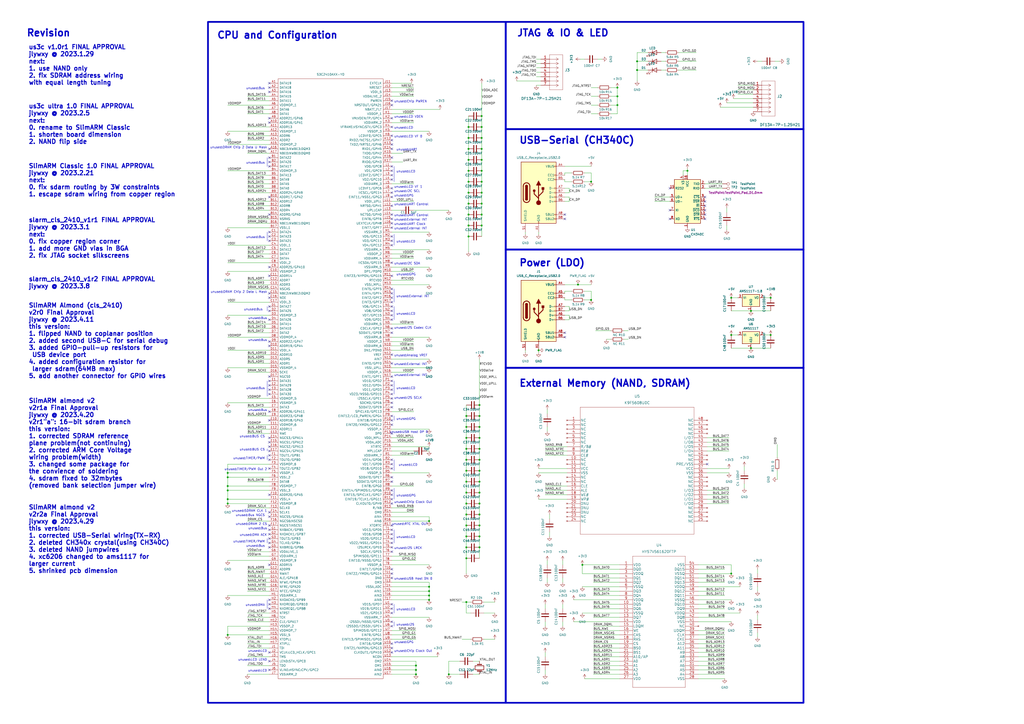
<source format=kicad_sch>
(kicad_sch (version 20230121) (generator eeschema)
  (paper "A2")
  (junction (at 278.13 279.4))
  (junction (at 447.04 172.72))
  (junction (at 424.18 194.31))
  (junction (at 270.51 266.7))
  (junction (at 270.51 317.5))
  (junction (at 279.4 124.46))
  (junction (at 279.4 67.31))
  (junction (at 260.35 391.16))
  (junction (at 279.4 73.66))
  (junction (at 447.04 194.31))
  (junction (at 271.78 80.01))
  (junction (at 248.92 342.9))
  (junction (at 278.13 260.35))
  (junction (at 132.08 368.3))
  (junction (at 270.51 260.35))
  (junction (at 270.51 241.3))
  (junction (at 435.61 180.34))
  (junction (at 342.9 105.41))
  (junction (at 279.4 99.06))
  (junction (at 358.14 60.96))
  (junction (at 278.13 311.15))
  (junction (at 369.57 35.56))
  (junction (at 271.78 73.66))
  (junction (at 278.13 273.05))
  (junction (at 279.4 80.01))
  (junction (at 132.08 284.48))
  (junction (at 279.4 130.81))
  (junction (at 132.08 289.56))
  (junction (at 271.78 118.11))
  (junction (at 271.78 86.36))
  (junction (at 270.51 247.65))
  (junction (at 270.51 323.85))
  (junction (at 132.08 292.1))
  (junction (at 271.78 99.06))
  (junction (at 278.13 234.95))
  (junction (at 270.51 298.45))
  (junction (at 279.4 86.36))
  (junction (at 278.13 317.5))
  (junction (at 278.13 285.75))
  (junction (at 369.57 40.64))
  (junction (at 248.92 347.98))
  (junction (at 342.9 173.99))
  (junction (at 424.18 172.72))
  (junction (at 358.14 55.88))
  (junction (at 278.13 266.7))
  (junction (at 132.08 274.32))
  (junction (at 270.51 273.05))
  (junction (at 279.4 92.71))
  (junction (at 270.51 254))
  (junction (at 278.13 247.65))
  (junction (at 271.78 111.76))
  (junction (at 270.51 285.75))
  (junction (at 248.92 345.44))
  (junction (at 279.4 118.11))
  (junction (at 132.08 276.86))
  (junction (at 271.78 137.16))
  (junction (at 241.3 391.16))
  (junction (at 270.51 279.4))
  (junction (at 279.4 111.76))
  (junction (at 278.13 292.1))
  (junction (at 241.3 388.62))
  (junction (at 270.51 304.8))
  (junction (at 248.92 340.36))
  (junction (at 271.78 92.71))
  (junction (at 424.18 332.74))
  (junction (at 132.08 281.94))
  (junction (at 278.13 254))
  (junction (at 435.61 201.93))
  (junction (at 270.51 292.1))
  (junction (at 358.14 50.8))
  (junction (at 271.78 124.46))
  (junction (at 335.28 165.1))
  (junction (at 278.13 241.3))
  (junction (at 398.78 99.06))
  (junction (at 337.82 327.66))
  (junction (at 270.51 311.15))
  (junction (at 278.13 304.8))
  (junction (at 241.3 386.08))
  (junction (at 278.13 298.45))
  (junction (at 312.42 203.2))
  (junction (at 270.51 349.25))
  (junction (at 271.78 130.81))
  (junction (at 248.92 302.26))
  (junction (at 271.78 105.41))
  (junction (at 279.4 105.41))
  (no_connect (at 156.21 180.34))
  (no_connect (at 227.33 60.96))
  (no_connect (at 227.33 109.22))
  (no_connect (at 156.21 96.52))
  (no_connect (at 156.21 124.46))
  (no_connect (at 227.33 292.1))
  (no_connect (at 156.21 172.72))
  (no_connect (at 227.33 279.4))
  (no_connect (at 156.21 198.12))
  (no_connect (at 227.33 83.82))
  (no_connect (at 227.33 284.48))
  (no_connect (at 227.33 114.3))
  (no_connect (at 156.21 299.72))
  (no_connect (at 227.33 167.64))
  (no_connect (at 388.62 109.22))
  (no_connect (at 227.33 58.42))
  (no_connect (at 156.21 287.02))
  (no_connect (at 156.21 93.98))
  (no_connect (at 227.33 243.84))
  (no_connect (at 227.33 170.18))
  (no_connect (at 227.33 289.56))
  (no_connect (at 227.33 251.46))
  (no_connect (at 227.33 119.38))
  (no_connect (at 156.21 312.42))
  (no_connect (at 156.21 353.06))
  (no_connect (at 227.33 236.22))
  (no_connect (at 227.33 233.68))
  (no_connect (at 327.66 127))
  (no_connect (at 227.33 111.76))
  (no_connect (at 156.21 91.44))
  (no_connect (at 227.33 124.46))
  (no_connect (at 227.33 246.38))
  (no_connect (at 156.21 254))
  (no_connect (at 227.33 91.44))
  (no_connect (at 156.21 388.62))
  (no_connect (at 227.33 127))
  (no_connect (at 156.21 228.6))
  (no_connect (at 156.21 53.34))
  (no_connect (at 156.21 220.98))
  (no_connect (at 156.21 139.7))
  (no_connect (at 408.94 116.84))
  (no_connect (at 227.33 193.04))
  (no_connect (at 156.21 177.8))
  (no_connect (at 227.33 375.92))
  (no_connect (at 227.33 378.46))
  (no_connect (at 156.21 185.42))
  (no_connect (at 156.21 266.7))
  (no_connect (at 327.66 124.46))
  (no_connect (at 227.33 172.72))
  (no_connect (at 327.66 195.58))
  (no_connect (at 327.66 193.04))
  (no_connect (at 156.21 218.44))
  (no_connect (at 227.33 160.02))
  (no_connect (at 227.33 373.38))
  (no_connect (at 227.33 241.3))
  (no_connect (at 156.21 170.18))
  (no_connect (at 227.33 231.14))
  (no_connect (at 227.33 363.22))
  (no_connect (at 156.21 317.5))
  (no_connect (at 156.21 307.34))
  (no_connect (at 227.33 190.5))
  (no_connect (at 156.21 223.52))
  (no_connect (at 156.21 259.08))
  (no_connect (at 227.33 218.44))
  (no_connect (at 227.33 152.4))
  (no_connect (at 388.62 121.92))
  (no_connect (at 156.21 71.12))
  (no_connect (at 156.21 68.58))
  (no_connect (at 227.33 276.86))
  (no_connect (at 408.94 119.38))
  (no_connect (at 156.21 383.54))
  (no_connect (at 156.21 347.98))
  (no_connect (at 408.94 127))
  (no_connect (at 408.94 114.3))
  (no_connect (at 156.21 314.96))
  (no_connect (at 227.33 304.8))
  (no_connect (at 227.33 317.5))
  (no_connect (at 156.21 114.3))
  (no_connect (at 156.21 327.66))
  (no_connect (at 156.21 134.62))
  (no_connect (at 410.21 269.24))
  (no_connect (at 227.33 320.04))
  (no_connect (at 227.33 68.58))
  (no_connect (at 156.21 137.16))
  (no_connect (at 227.33 210.82))
  (no_connect (at 227.33 78.74))
  (no_connect (at 156.21 378.46))
  (no_connect (at 227.33 271.78))
  (no_connect (at 227.33 269.24))
  (no_connect (at 227.33 266.7))
  (no_connect (at 227.33 353.06))
  (no_connect (at 227.33 350.52))
  (no_connect (at 227.33 355.6))
  (no_connect (at 227.33 307.34))
  (no_connect (at 227.33 312.42))
  (no_connect (at 227.33 309.88))
  (no_connect (at 227.33 314.96))
  (no_connect (at 227.33 228.6))
  (no_connect (at 227.33 226.06))
  (no_connect (at 227.33 220.98))
  (no_connect (at 227.33 223.52))
  (no_connect (at 227.33 73.66))
  (no_connect (at 227.33 185.42))
  (no_connect (at 227.33 182.88))
  (no_connect (at 227.33 180.34))
  (no_connect (at 227.33 142.24))
  (no_connect (at 227.33 139.7))
  (no_connect (at 227.33 137.16))
  (no_connect (at 227.33 177.8))
  (no_connect (at 227.33 175.26))
  (no_connect (at 227.33 101.6))
  (no_connect (at 227.33 99.06))
  (no_connect (at 227.33 96.52))
  (no_connect (at 227.33 104.14))
  (no_connect (at 156.21 243.84))
  (no_connect (at 156.21 304.8))
  (no_connect (at 156.21 309.88))
  (no_connect (at 156.21 261.62))
  (no_connect (at 156.21 200.66))
  (no_connect (at 227.33 360.68))
  (no_connect (at 227.33 132.08))
  (no_connect (at 156.21 226.06))
  (no_connect (at 227.33 129.54))
  (no_connect (at 156.21 86.36))
  (no_connect (at 156.21 48.26))
  (no_connect (at 156.21 50.8))
  (no_connect (at 156.21 350.52))
  (no_connect (at 227.33 86.36))
  (no_connect (at 227.33 332.74))
  (no_connect (at 227.33 335.28))
  (no_connect (at 156.21 271.78))
  (no_connect (at 156.21 154.94))
  (no_connect (at 388.62 127))
  (no_connect (at 156.21 264.16))
  (no_connect (at 156.21 256.54))
  (no_connect (at 156.21 297.18))
  (no_connect (at 156.21 238.76))
  (no_connect (at 408.94 121.92))
  (no_connect (at 227.33 287.02))
  (no_connect (at 227.33 205.74))
  (no_connect (at 227.33 330.2))
  (no_connect (at 227.33 81.28))
  (no_connect (at 408.94 124.46))
  (no_connect (at 156.21 160.02))
  (wire (pts (xy 143.51 279.4) (xy 156.21 279.4)))
  (wire (pts (xy 327.66 170.18) (xy 327.66 168.91)))
  (wire (pts (xy 431.8 270.51) (xy 431.8 273.05)))
  (wire (pts (xy 132.08 213.36) (xy 156.21 213.36)))
  (wire (pts (xy 227.33 381) (xy 254 381)))
  (wire (pts (xy 143.51 109.22) (xy 156.21 109.22)))
  (wire (pts (xy 342.9 168.91) (xy 342.9 173.99)))
  (wire (pts (xy 270.51 273.05) (xy 270.51 279.4)))
  (wire (pts (xy 354.33 50.8) (xy 358.14 50.8)))
  (wire (pts (xy 143.51 63.5) (xy 156.21 63.5)))
  (wire (pts (xy 408.94 106.68) (xy 419.1 106.68)))
  (wire (pts (xy 132.08 83.82) (xy 156.21 83.82)))
  (wire (pts (xy 312.42 274.32) (xy 328.93 274.32)))
  (wire (pts (xy 342.9 50.8) (xy 346.71 50.8)))
  (wire (pts (xy 312.42 204.47) (xy 312.42 203.2)))
  (wire (pts (xy 233.68 93.98) (xy 227.33 93.98)))
  (wire (pts (xy 227.33 76.2) (xy 248.92 76.2)))
  (wire (pts (xy 227.33 154.94) (xy 248.92 154.94)))
  (wire (pts (xy 344.17 337.82) (xy 359.41 337.82)))
  (wire (pts (xy 396.24 99.06) (xy 398.78 99.06)))
  (wire (pts (xy 271.78 137.16) (xy 271.78 146.05)))
  (wire (pts (xy 132.08 99.06) (xy 156.21 99.06)))
  (wire (pts (xy 143.51 205.74) (xy 156.21 205.74)))
  (wire (pts (xy 143.51 320.04) (xy 156.21 320.04)))
  (wire (pts (xy 311.15 34.29) (xy 313.69 34.29)))
  (wire (pts (xy 227.33 342.9) (xy 248.92 342.9)))
  (wire (pts (xy 424.18 201.93) (xy 435.61 201.93)))
  (wire (pts (xy 410.21 254) (xy 422.91 254)))
  (wire (pts (xy 227.33 274.32) (xy 248.92 274.32)))
  (wire (pts (xy 342.9 100.33) (xy 342.9 105.41)))
  (wire (pts (xy 278.13 292.1) (xy 278.13 298.45)))
  (wire (pts (xy 279.4 67.31) (xy 279.4 73.66)))
  (polyline (pts (xy 228.6 307.34) (xy 228.6 314.96)))
  (wire (pts (xy 439.42 330.2) (xy 439.42 332.74)))
  (wire (pts (xy 369.57 40.64) (xy 375.92 40.64)))
  (wire (pts (xy 143.51 162.56) (xy 156.21 162.56)))
  (wire (pts (xy 405.13 365.76) (xy 420.37 365.76)))
  (wire (pts (xy 241.3 388.62) (xy 241.3 391.16)))
  (wire (pts (xy 270.51 298.45) (xy 270.51 304.8)))
  (wire (pts (xy 311.15 49.53) (xy 313.69 49.53)))
  (wire (pts (xy 312.42 289.56) (xy 328.93 289.56)))
  (wire (pts (xy 317.5 247.65) (xy 317.5 250.19)))
  (wire (pts (xy 143.51 375.92) (xy 156.21 375.92)))
  (wire (pts (xy 344.17 358.14) (xy 359.41 358.14)))
  (wire (pts (xy 424.18 172.72) (xy 427.99 172.72)))
  (wire (pts (xy 369.57 30.48) (xy 369.57 35.56)))
  (wire (pts (xy 344.17 381) (xy 359.41 381)))
  (wire (pts (xy 227.33 200.66) (xy 240.03 200.66)))
  (wire (pts (xy 279.4 73.66) (xy 279.4 80.01)))
  (wire (pts (xy 270.51 311.15) (xy 270.51 317.5)))
  (wire (pts (xy 337.82 340.36) (xy 359.41 340.36)))
  (wire (pts (xy 227.33 386.08) (xy 241.3 386.08)))
  (wire (pts (xy 279.4 92.71) (xy 279.4 99.06)))
  (wire (pts (xy 132.08 203.2) (xy 156.21 203.2)))
  (wire (pts (xy 227.33 213.36) (xy 248.92 213.36)))
  (wire (pts (xy 311.15 36.83) (xy 313.69 36.83)))
  (wire (pts (xy 279.4 86.36) (xy 279.4 92.71)))
  (wire (pts (xy 143.51 337.82) (xy 156.21 337.82)))
  (wire (pts (xy 405.13 335.28) (xy 420.37 335.28)))
  (wire (pts (xy 143.51 342.9) (xy 156.21 342.9)))
  (wire (pts (xy 132.08 289.56) (xy 132.08 292.1)))
  (wire (pts (xy 410.21 259.08) (xy 422.91 259.08)))
  (wire (pts (xy 410.21 289.56) (xy 422.91 289.56)))
  (wire (pts (xy 327.66 116.84) (xy 330.2 116.84)))
  (wire (pts (xy 227.33 254) (xy 240.03 254)))
  (wire (pts (xy 227.33 325.12) (xy 241.3 325.12)))
  (wire (pts (xy 417.83 62.23) (xy 436.88 62.23)))
  (wire (pts (xy 327.66 172.72) (xy 327.66 173.99)))
  (wire (pts (xy 410.21 271.78) (xy 422.91 271.78)))
  (wire (pts (xy 311.15 41.91) (xy 313.69 41.91)))
  (wire (pts (xy 143.51 210.82) (xy 156.21 210.82)))
  (wire (pts (xy 435.61 180.34) (xy 447.04 180.34)))
  (wire (pts (xy 227.33 187.96) (xy 240.03 187.96)))
  (wire (pts (xy 227.33 215.9) (xy 240.03 215.9)))
  (wire (pts (xy 435.61 201.93) (xy 447.04 201.93)))
  (wire (pts (xy 227.33 358.14) (xy 248.92 358.14)))
  (wire (pts (xy 143.51 241.3) (xy 156.21 241.3)))
  (wire (pts (xy 227.33 281.94) (xy 240.03 281.94)))
  (wire (pts (xy 143.51 193.04) (xy 156.21 193.04)))
  (wire (pts (xy 143.51 365.76) (xy 156.21 365.76)))
  (wire (pts (xy 132.08 368.3) (xy 132.08 363.22)))
  (wire (pts (xy 424.18 327.66) (xy 424.18 332.74)))
  (wire (pts (xy 132.08 345.44) (xy 156.21 345.44)))
  (wire (pts (xy 327.66 109.22) (xy 330.2 109.22)))
  (wire (pts (xy 227.33 383.54) (xy 241.3 383.54)))
  (wire (pts (xy 270.51 266.7) (xy 270.51 273.05)))
  (wire (pts (xy 318.77 298.45) (xy 318.77 300.99)))
  (wire (pts (xy 316.23 378.46) (xy 316.23 381)))
  (wire (pts (xy 316.23 259.08) (xy 328.93 259.08)))
  (wire (pts (xy 425.45 57.15) (xy 436.88 57.15)))
  (wire (pts (xy 132.08 276.86) (xy 132.08 274.32)))
  (wire (pts (xy 327.66 105.41) (xy 331.47 105.41)))
  (wire (pts (xy 132.08 284.48) (xy 156.21 284.48)))
  (wire (pts (xy 439.42 356.87) (xy 439.42 359.41)))
  (wire (pts (xy 227.33 144.78) (xy 248.92 144.78)))
  (wire (pts (xy 408.94 109.22) (xy 419.1 109.22)))
  (wire (pts (xy 383.54 40.64) (xy 386.08 40.64)))
  (wire (pts (xy 405.13 350.52) (xy 420.37 350.52)))
  (wire (pts (xy 327.66 180.34) (xy 330.2 180.34)))
  (wire (pts (xy 278.13 279.4) (xy 278.13 285.75)))
  (wire (pts (xy 132.08 175.26) (xy 156.21 175.26)))
  (polyline (pts (xy 228.6 177.8) (xy 228.6 185.42)))
  (wire (pts (xy 132.08 195.58) (xy 156.21 195.58)))
  (wire (pts (xy 227.33 53.34) (xy 240.03 53.34)))
  (wire (pts (xy 132.08 284.48) (xy 132.08 281.94)))
  (wire (pts (xy 427.99 54.61) (xy 436.88 54.61)))
  (wire (pts (xy 279.4 48.26) (xy 279.4 67.31)))
  (wire (pts (xy 326.39 360.68) (xy 326.39 363.22)))
  (polyline (pts (xy 228.6 96.52) (xy 228.6 105.41)))
  (wire (pts (xy 398.78 99.06) (xy 398.78 101.6)))
  (wire (pts (xy 132.08 269.24) (xy 156.21 269.24)))
  (wire (pts (xy 443.23 172.72) (xy 447.04 172.72)))
  (wire (pts (xy 287.02 349.25) (xy 280.67 349.25)))
  (wire (pts (xy 270.51 355.6) (xy 270.51 349.25)))
  (wire (pts (xy 405.13 391.16) (xy 420.37 391.16)))
  (wire (pts (xy 330.2 114.3) (xy 330.2 116.84)))
  (wire (pts (xy 227.33 248.92) (xy 248.92 248.92)))
  (wire (pts (xy 227.33 327.66) (xy 248.92 327.66)))
  (wire (pts (xy 316.23 281.94) (xy 328.93 281.94)))
  (wire (pts (xy 271.78 111.76) (xy 271.78 118.11)))
  (wire (pts (xy 227.33 261.62) (xy 240.03 261.62)))
  (wire (pts (xy 143.51 360.68) (xy 156.21 360.68)))
  (wire (pts (xy 427.99 52.07) (xy 436.88 52.07)))
  (wire (pts (xy 143.51 119.38) (xy 156.21 119.38)))
  (wire (pts (xy 317.5 237.49) (xy 317.5 240.03)))
  (wire (pts (xy 227.33 71.12) (xy 240.03 71.12)))
  (polyline (pts (xy 154.94 220.98) (xy 154.94 229.87)))
  (wire (pts (xy 143.51 167.64) (xy 156.21 167.64)))
  (wire (pts (xy 270.51 292.1) (xy 270.51 298.45)))
  (wire (pts (xy 227.33 106.68) (xy 240.03 106.68)))
  (wire (pts (xy 143.51 129.54) (xy 156.21 129.54)))
  (polyline (pts (xy 228.6 167.64) (xy 228.6 175.26)))
  (wire (pts (xy 316.23 388.62) (xy 316.23 391.16)))
  (wire (pts (xy 379.73 116.84) (xy 388.62 116.84)))
  (wire (pts (xy 143.51 332.74) (xy 156.21 332.74)))
  (wire (pts (xy 143.51 78.74) (xy 156.21 78.74)))
  (wire (pts (xy 143.51 215.9) (xy 156.21 215.9)))
  (polyline (pts (xy 154.94 260.35) (xy 154.94 261.62)))
  (wire (pts (xy 318.77 308.61) (xy 318.77 311.15)))
  (wire (pts (xy 227.33 370.84) (xy 241.3 370.84)))
  (wire (pts (xy 335.28 165.1) (xy 342.9 165.1)))
  (wire (pts (xy 317.5 325.12) (xy 317.5 327.66)))
  (wire (pts (xy 405.13 386.08) (xy 420.37 386.08)))
  (polyline (pts (xy 228.6 266.7) (xy 228.6 273.05)))
  (wire (pts (xy 143.51 116.84) (xy 156.21 116.84)))
  (wire (pts (xy 227.33 147.32) (xy 240.03 147.32)))
  (wire (pts (xy 327.66 111.76) (xy 330.2 111.76)))
  (wire (pts (xy 132.08 276.86) (xy 156.21 276.86)))
  (wire (pts (xy 342.9 60.96) (xy 346.71 60.96)))
  (wire (pts (xy 383.54 30.48) (xy 386.08 30.48)))
  (wire (pts (xy 270.51 260.35) (xy 270.51 266.7)))
  (wire (pts (xy 227.33 322.58) (xy 241.3 322.58)))
  (polyline (pts (xy 154.94 264.16) (xy 154.94 266.7)))
  (wire (pts (xy 271.78 92.71) (xy 271.78 99.06)))
  (wire (pts (xy 270.51 349.25) (xy 267.97 349.25)))
  (wire (pts (xy 143.51 127) (xy 156.21 127)))
  (wire (pts (xy 278.13 234.95) (xy 278.13 241.3)))
  (wire (pts (xy 143.51 121.92) (xy 156.21 121.92)))
  (polyline (pts (xy 154.94 134.62) (xy 154.94 139.7)))
  (wire (pts (xy 278.13 208.28) (xy 278.13 234.95)))
  (wire (pts (xy 227.33 165.1) (xy 248.92 165.1)))
  (wire (pts (xy 327.66 100.33) (xy 331.47 100.33)))
  (wire (pts (xy 342.9 66.04) (xy 346.71 66.04)))
  (wire (pts (xy 132.08 281.94) (xy 156.21 281.94)))
  (wire (pts (xy 344.17 353.06) (xy 359.41 353.06)))
  (wire (pts (xy 143.51 81.28) (xy 156.21 81.28)))
  (wire (pts (xy 227.33 337.82) (xy 248.92 337.82)))
  (wire (pts (xy 132.08 152.4) (xy 156.21 152.4)))
  (wire (pts (xy 449.58 35.56) (xy 452.12 35.56)))
  (wire (pts (xy 260.35 391.16) (xy 260.35 383.54)))
  (wire (pts (xy 336.55 34.29) (xy 339.09 34.29)))
  (wire (pts (xy 439.42 340.36) (xy 439.42 342.9)))
  (wire (pts (xy 143.51 391.16) (xy 156.21 391.16)))
  (wire (pts (xy 344.17 378.46) (xy 359.41 378.46)))
  (wire (pts (xy 299.72 46.99) (xy 313.69 46.99)))
  (polyline (pts (xy 228.6 220.98) (xy 228.6 228.6)))
  (wire (pts (xy 227.33 121.92) (xy 232.41 121.92)))
  (wire (pts (xy 344.17 330.2) (xy 359.41 330.2)))
  (polyline (pts (xy 228.6 350.52) (xy 228.6 355.6)))
  (wire (pts (xy 132.08 368.3) (xy 156.21 368.3)))
  (wire (pts (xy 405.13 360.68) (xy 424.18 360.68)))
  (wire (pts (xy 132.08 274.32) (xy 156.21 274.32)))
  (wire (pts (xy 424.18 194.31) (xy 427.99 194.31)))
  (wire (pts (xy 278.13 311.15) (xy 278.13 317.5)))
  (wire (pts (xy 143.51 144.78) (xy 156.21 144.78)))
  (wire (pts (xy 361.95 196.85) (xy 364.49 196.85)))
  (polyline (pts (xy 228.6 241.3) (xy 228.6 243.84)))
  (wire (pts (xy 227.33 55.88) (xy 240.03 55.88)))
  (wire (pts (xy 427.99 49.53) (xy 436.88 49.53)))
  (wire (pts (xy 240.03 121.92) (xy 260.35 121.92)))
  (wire (pts (xy 143.51 322.58) (xy 156.21 322.58)))
  (wire (pts (xy 227.33 238.76) (xy 240.03 238.76)))
  (wire (pts (xy 405.13 388.62) (xy 420.37 388.62)))
  (wire (pts (xy 405.13 327.66) (xy 424.18 327.66)))
  (wire (pts (xy 339.09 105.41) (xy 342.9 105.41)))
  (wire (pts (xy 369.57 30.48) (xy 375.92 30.48)))
  (wire (pts (xy 354.33 60.96) (xy 358.14 60.96)))
  (wire (pts (xy 410.21 274.32) (xy 422.91 274.32)))
  (wire (pts (xy 358.14 66.04) (xy 358.14 60.96)))
  (wire (pts (xy 143.51 386.08) (xy 156.21 386.08)))
  (wire (pts (xy 143.51 190.5) (xy 156.21 190.5)))
  (wire (pts (xy 344.17 335.28) (xy 359.41 335.28)))
  (wire (pts (xy 143.51 302.26) (xy 156.21 302.26)))
  (wire (pts (xy 312.42 135.89) (xy 312.42 134.62)))
  (wire (pts (xy 227.33 195.58) (xy 248.92 195.58)))
  (wire (pts (xy 327.66 173.99) (xy 331.47 173.99)))
  (wire (pts (xy 143.51 246.38) (xy 156.21 246.38)))
  (wire (pts (xy 342.9 55.88) (xy 346.71 55.88)))
  (wire (pts (xy 143.51 147.32) (xy 156.21 147.32)))
  (wire (pts (xy 369.57 35.56) (xy 369.57 40.64)))
  (polyline (pts (xy 228.6 283.21) (xy 228.6 289.56)))
  (wire (pts (xy 339.09 100.33) (xy 342.9 100.33)))
  (wire (pts (xy 450.85 273.05) (xy 450.85 278.13)))
  (wire (pts (xy 143.51 165.1) (xy 156.21 165.1)))
  (wire (pts (xy 316.23 287.02) (xy 328.93 287.02)))
  (wire (pts (xy 405.13 381) (xy 420.37 381)))
  (wire (pts (xy 339.09 173.99) (xy 342.9 173.99)))
  (wire (pts (xy 227.33 368.3) (xy 241.3 368.3)))
  (wire (pts (xy 227.33 116.84) (xy 240.03 116.84)))
  (wire (pts (xy 410.21 292.1) (xy 422.91 292.1)))
  (wire (pts (xy 143.51 187.96) (xy 156.21 187.96)))
  (wire (pts (xy 278.13 260.35) (xy 278.13 266.7)))
  (wire (pts (xy 398.78 97.79) (xy 398.78 99.06)))
  (wire (pts (xy 240.03 50.8) (xy 227.33 50.8)))
  (wire (pts (xy 132.08 325.12) (xy 156.21 325.12)))
  (wire (pts (xy 410.21 256.54) (xy 422.91 256.54)))
  (wire (pts (xy 227.33 297.18) (xy 240.03 297.18)))
  (polyline (pts (xy 154.94 177.8) (xy 154.94 180.34)))
  (wire (pts (xy 278.13 266.7) (xy 278.13 273.05)))
  (wire (pts (xy 143.51 111.76) (xy 156.21 111.76)))
  (wire (pts (xy 421.64 59.69) (xy 436.88 59.69)))
  (wire (pts (xy 337.82 355.6) (xy 359.41 355.6)))
  (wire (pts (xy 405.13 383.54) (xy 420.37 383.54)))
  (wire (pts (xy 379.73 114.3) (xy 388.62 114.3)))
  (wire (pts (xy 405.13 345.44) (xy 420.37 345.44)))
  (wire (pts (xy 227.33 134.62) (xy 248.92 134.62)))
  (wire (pts (xy 156.21 292.1) (xy 132.08 292.1)))
  (wire (pts (xy 405.13 375.92) (xy 420.37 375.92)))
  (wire (pts (xy 327.66 168.91) (xy 331.47 168.91)))
  (wire (pts (xy 270.51 254) (xy 270.51 260.35)))
  (wire (pts (xy 227.33 256.54) (xy 240.03 256.54)))
  (wire (pts (xy 278.13 317.5) (xy 278.13 323.85)))
  (wire (pts (xy 344.17 388.62) (xy 359.41 388.62)))
  (wire (pts (xy 327.66 182.88) (xy 330.2 182.88)))
  (wire (pts (xy 227.33 208.28) (xy 248.92 208.28)))
  (wire (pts (xy 405.13 358.14) (xy 420.37 358.14)))
  (wire (pts (xy 278.13 254) (xy 278.13 260.35)))
  (wire (pts (xy 143.51 355.6) (xy 156.21 355.6)))
  (polyline (pts (xy 154.94 347.98) (xy 154.94 353.06)))
  (wire (pts (xy 304.8 204.47) (xy 304.8 203.2)))
  (wire (pts (xy 332.74 347.98) (xy 359.41 347.98)))
  (wire (pts (xy 317.5 335.28) (xy 317.5 337.82)))
  (wire (pts (xy 344.17 365.76) (xy 359.41 365.76)))
  (wire (pts (xy 410.21 287.02) (xy 422.91 287.02)))
  (wire (pts (xy 354.33 66.04) (xy 358.14 66.04)))
  (wire (pts (xy 279.4 130.81) (xy 279.4 137.16)))
  (wire (pts (xy 344.17 368.3) (xy 359.41 368.3)))
  (wire (pts (xy 405.13 330.2) (xy 420.37 330.2)))
  (wire (pts (xy 271.78 86.36) (xy 271.78 92.71)))
  (wire (pts (xy 327.66 101.6) (xy 327.66 100.33)))
  (wire (pts (xy 358.14 60.96) (xy 358.14 55.88)))
  (wire (pts (xy 227.33 149.86) (xy 240.03 149.86)))
  (wire (pts (xy 393.7 40.64) (xy 403.86 40.64)))
  (wire (pts (xy 271.78 80.01) (xy 271.78 86.36)))
  (wire (pts (xy 431.8 280.67) (xy 431.8 283.21)))
  (wire (pts (xy 248.92 345.44) (xy 248.92 347.98)))
  (wire (pts (xy 132.08 157.48) (xy 156.21 157.48)))
  (wire (pts (xy 143.51 294.64) (xy 156.21 294.64)))
  (wire (pts (xy 450.85 257.81) (xy 450.85 265.43)))
  (wire (pts (xy 143.51 55.88) (xy 156.21 55.88)))
  (wire (pts (xy 351.79 196.85) (xy 354.33 196.85)))
  (wire (pts (xy 227.33 259.08) (xy 248.92 259.08)))
  (wire (pts (xy 132.08 289.56) (xy 132.08 284.48)))
  (wire (pts (xy 327.66 165.1) (xy 335.28 165.1)))
  (wire (pts (xy 143.51 373.38) (xy 156.21 373.38)))
  (wire (pts (xy 278.13 273.05) (xy 278.13 279.4)))
  (wire (pts (xy 227.33 365.76) (xy 241.3 365.76)))
  (wire (pts (xy 143.51 73.66) (xy 156.21 73.66)))
  (wire (pts (xy 344.17 375.92) (xy 359.41 375.92)))
  (wire (pts (xy 132.08 281.94) (xy 132.08 276.86)))
  (wire (pts (xy 326.39 335.28) (xy 326.39 337.82)))
  (wire (pts (xy 383.54 35.56) (xy 386.08 35.56)))
  (wire (pts (xy 393.7 35.56) (xy 403.86 35.56)))
  (wire (pts (xy 132.08 60.96) (xy 156.21 60.96)))
  (wire (pts (xy 143.51 106.68) (xy 156.21 106.68)))
  (wire (pts (xy 143.51 104.14) (xy 156.21 104.14)))
  (wire (pts (xy 327.66 177.8) (xy 330.2 177.8)))
  (wire (pts (xy 316.23 264.16) (xy 328.93 264.16)))
  (wire (pts (xy 278.13 241.3) (xy 278.13 247.65)))
  (wire (pts (xy 405.13 368.3) (xy 420.37 368.3)))
  (wire (pts (xy 248.92 342.9) (xy 248.92 345.44)))
  (wire (pts (xy 326.39 350.52) (xy 326.39 353.06)))
  (wire (pts (xy 339.09 168.91) (xy 342.9 168.91)))
  (wire (pts (xy 330.2 109.22) (xy 330.2 111.76)))
  (wire (pts (xy 267.97 370.84) (xy 273.05 370.84)))
  (wire (pts (xy 233.68 88.9) (xy 227.33 88.9)))
  (wire (pts (xy 279.4 105.41) (xy 279.4 111.76)))
  (wire (pts (xy 405.13 332.74) (xy 424.18 332.74)))
  (wire (pts (xy 271.78 124.46) (xy 271.78 130.81)))
  (wire (pts (xy 316.23 360.68) (xy 316.23 363.22)))
  (wire (pts (xy 247.65 261.62) (xy 248.92 261.62)))
  (wire (pts (xy 279.4 111.76) (xy 279.4 118.11)))
  (wire (pts (xy 443.23 194.31) (xy 447.04 194.31)))
  (wire (pts (xy 344.17 373.38) (xy 359.41 373.38)))
  (wire (pts (xy 143.51 340.36) (xy 156.21 340.36)))
  (wire (pts (xy 439.42 35.56) (xy 441.96 35.56)))
  (wire (pts (xy 344.17 391.16) (xy 359.41 391.16)))
  (wire (pts (xy 227.33 347.98) (xy 248.92 347.98)))
  (wire (pts (xy 132.08 182.88) (xy 156.21 182.88)))
  (wire (pts (xy 439.42 367.03) (xy 439.42 369.57)))
  (wire (pts (xy 227.33 388.62) (xy 241.3 388.62)))
  (wire (pts (xy 227.33 264.16) (xy 240.03 264.16)))
  (wire (pts (xy 280.67 370.84) (xy 287.02 370.84)))
  (wire (pts (xy 271.78 105.41) (xy 271.78 111.76)))
  (wire (pts (xy 273.05 349.25) (xy 270.51 349.25)))
  (wire (pts (xy 260.35 391.16) (xy 266.7 391.16)))
  (wire (pts (xy 132.08 233.68) (xy 156.21 233.68)))
  (wire (pts (xy 143.51 88.9) (xy 156.21 88.9)))
  (polyline (pts (xy 228.6 360.68) (xy 228.6 363.22)))
  (wire (pts (xy 369.57 35.56) (xy 375.92 35.56)))
  (wire (pts (xy 405.13 373.38) (xy 420.37 373.38)))
  (wire (pts (xy 337.82 327.66) (xy 359.41 327.66)))
  (wire (pts (xy 143.51 370.84) (xy 156.21 370.84)))
  (wire (pts (xy 227.33 203.2) (xy 240.03 203.2)))
  (wire (pts (xy 279.4 118.11) (xy 279.4 124.46)))
  (wire (pts (xy 405.13 393.7) (xy 420.37 393.7)))
  (wire (pts (xy 271.78 73.66) (xy 271.78 80.01)))
  (wire (pts (xy 316.23 261.62) (xy 328.93 261.62)))
  (wire (pts (xy 274.32 383.54) (xy 278.13 383.54)))
  (wire (pts (xy 344.17 370.84) (xy 359.41 370.84)))
  (wire (pts (xy 312.42 271.78) (xy 328.93 271.78)))
  (wire (pts (xy 278.13 304.8) (xy 278.13 311.15)))
  (wire (pts (xy 260.35 383.54) (xy 266.7 383.54)))
  (wire (pts (xy 278.13 298.45) (xy 278.13 304.8)))
  (wire (pts (xy 227.33 198.12) (xy 240.03 198.12)))
  (wire (pts (xy 316.23 284.48) (xy 328.93 284.48)))
  (wire (pts (xy 271.78 67.31) (xy 271.78 73.66)))
  (wire (pts (xy 270.51 247.65) (xy 270.51 254)))
  (wire (pts (xy 248.92 299.72) (xy 248.92 302.26)))
  (wire (pts (xy 405.13 355.6) (xy 429.26 355.6)))
  (wire (pts (xy 344.17 386.08) (xy 359.41 386.08)))
  (wire (pts (xy 227.33 48.26) (xy 238.76 48.26)))
  (wire (pts (xy 346.71 34.29) (xy 349.25 34.29)))
  (wire (pts (xy 410.21 261.62) (xy 422.91 261.62)))
  (wire (pts (xy 241.3 383.54) (xy 241.3 386.08)))
  (wire (pts (xy 227.33 391.16) (xy 241.3 391.16)))
  (wire (pts (xy 327.66 114.3) (xy 330.2 114.3)))
  (wire (pts (xy 393.7 30.48) (xy 403.86 30.48)))
  (wire (pts (xy 421.64 120.65) (xy 421.64 123.19)))
  (wire (pts (xy 396.24 101.6) (xy 396.24 99.06)))
  (wire (pts (xy 361.95 191.77) (xy 364.49 191.77)))
  (wire (pts (xy 227.33 345.44) (xy 248.92 345.44)))
  (wire (pts (xy 227.33 162.56) (xy 240.03 162.56)))
  (wire (pts (xy 132.08 363.22) (xy 156.21 363.22)))
  (wire (pts (xy 410.21 284.48) (xy 422.91 284.48)))
  (wire (pts (xy 132.08 289.56) (xy 156.21 289.56)))
  (wire (pts (xy 271.78 99.06) (xy 271.78 105.41)))
  (wire (pts (xy 227.33 302.26) (xy 248.92 302.26)))
  (polyline (pts (xy 228.6 135.89) (xy 228.6 142.24)))
  (wire (pts (xy 143.51 358.14) (xy 156.21 358.14)))
  (wire (pts (xy 143.51 231.14) (xy 156.21 231.14)))
  (wire (pts (xy 327.66 185.42) (xy 330.2 185.42)))
  (wire (pts (xy 132.08 142.24) (xy 156.21 142.24)))
  (wire (pts (xy 227.33 63.5) (xy 255.27 63.5)))
  (polyline (pts (xy 154.94 312.42) (xy 154.94 314.96)))
  (wire (pts (xy 273.05 355.6) (xy 270.51 355.6)))
  (wire (pts (xy 405.13 378.46) (xy 420.37 378.46)))
  (wire (pts (xy 227.33 157.48) (xy 240.03 157.48)))
  (wire (pts (xy 327.66 104.14) (xy 327.66 105.41)))
  (wire (pts (xy 270.51 323.85) (xy 270.51 332.74)))
  (wire (pts (xy 311.15 39.37) (xy 313.69 39.37)))
  (wire (pts (xy 143.51 149.86) (xy 156.21 149.86)))
  (wire (pts (xy 278.13 247.65) (xy 278.13 254)))
  (wire (pts (xy 278.13 285.75) (xy 278.13 292.1)))
  (wire (pts (xy 143.51 236.22) (xy 156.21 236.22)))
  (wire (pts (xy 405.13 342.9) (xy 420.37 342.9)))
  (wire (pts (xy 143.51 208.28) (xy 156.21 208.28)))
  (wire (pts (xy 344.17 363.22) (xy 359.41 363.22)))
  (wire (pts (xy 359.41 332.74) (xy 337.82 332.74)))
  (wire (pts (xy 270.51 285.75) (xy 270.51 292.1)))
  (wire (pts (xy 132.08 132.08) (xy 156.21 132.08)))
  (wire (pts (xy 279.4 124.46) (xy 279.4 130.81)))
  (wire (pts (xy 143.51 330.2) (xy 156.21 330.2)))
  (wire (pts (xy 279.4 80.01) (xy 279.4 86.36)))
  (wire (pts (xy 405.13 370.84) (xy 420.37 370.84)))
  (wire (pts (xy 405.13 340.36) (xy 429.26 340.36)))
  (wire (pts (xy 344.17 383.54) (xy 359.41 383.54)))
  (wire (pts (xy 143.51 251.46) (xy 156.21 251.46)))
  (wire (pts (xy 270.51 234.95) (xy 270.51 241.3)))
  (wire (pts (xy 248.92 340.36) (xy 248.92 342.9)))
  (wire (pts (xy 143.51 58.42) (xy 156.21 58.42)))
  (wire (pts (xy 271.78 118.11) (xy 271.78 124.46)))
  (wire (pts (xy 405.13 347.98) (xy 424.18 347.98)))
  (wire (pts (xy 327.66 96.52) (xy 342.9 96.52)))
  (wire (pts (xy 424.18 180.34) (xy 435.61 180.34)))
  (wire (pts (xy 143.51 381) (xy 156.21 381)))
  (wire (pts (xy 227.33 299.72) (xy 248.92 299.72)))
  (wire (pts (xy 270.51 304.8) (xy 270.51 311.15)))
  (wire (pts (xy 304.8 135.89) (xy 304.8 134.62)))
  (wire (pts (xy 344.17 350.52) (xy 359.41 350.52)))
  (wire (pts (xy 248.92 337.82) (xy 248.92 340.36)))
  (wire (pts (xy 369.57 40.64) (xy 369.57 46.99)))
  (wire (pts (xy 316.23 350.52) (xy 316.23 353.06)))
  (wire (pts (xy 143.51 248.92) (xy 156.21 248.92)))
  (wire (pts (xy 339.09 393.7) (xy 359.41 393.7)))
  (wire (pts (xy 270.51 241.3) (xy 270.51 247.65)))
  (wire (pts (xy 271.78 130.81) (xy 271.78 137.16)))
  (wire (pts (xy 344.17 345.44) (xy 359.41 345.44)))
  (wire (pts (xy 132.08 274.32) (xy 132.08 269.24)))
  (wire (pts (xy 227.33 340.36) (xy 248.92 340.36)))
  (wire (pts (xy 332.74 360.68) (xy 359.41 360.68)))
  (wire (pts (xy 143.51 335.28) (xy 156.21 335.28)))
  (wire (pts (xy 330.2 182.88) (xy 330.2 185.42)))
  (wire (pts (xy 270.51 279.4) (xy 270.51 285.75)))
  (polyline (pts (xy 154.94 91.44) (xy 154.94 96.52)))
  (wire (pts (xy 132.08 76.2) (xy 156.21 76.2)))
  (wire (pts (xy 270.51 317.5) (xy 270.51 323.85)))
  (wire (pts (xy 345.44 191.77) (xy 354.33 191.77)))
  (wire (pts (xy 421.64 130.81) (xy 421.64 133.35)))
  (wire (pts (xy 344.17 342.9) (xy 359.41 342.9)))
  (wire (pts (xy 143.51 101.6) (xy 156.21 101.6)))
  (wire (pts (xy 337.82 332.74) (xy 337.82 327.66)))
  (wire (pts (xy 227.33 66.04) (xy 240.03 66.04)))
  (wire (pts (xy 354.33 55.88) (xy 358.14 55.88)))
  (wire (pts (xy 326.39 325.12) (xy 326.39 327.66)))
  (wire (pts (xy 279.4 99.06) (xy 279.4 105.41)))
  (wire (pts (xy 405.13 337.82) (xy 420.37 337.82)))
  (wire (pts (xy 241.3 386.08) (xy 241.3 388.62)))
  (wire (pts (xy 274.32 391.16) (xy 278.13 391.16)))
  (wire (pts (xy 311.15 44.45) (xy 313.69 44.45)))
  (wire (pts (xy 330.2 177.8) (xy 330.2 180.34)))
  (wire (pts (xy 287.02 355.6) (xy 280.67 355.6)))
  (wire (pts (xy 405.13 353.06) (xy 420.37 353.06)))
  (wire (pts (xy 358.14 55.88) (xy 358.14 50.8)))
  (wire (pts (xy 143.51 66.04) (xy 156.21 66.04)))
  (wire (pts (xy 227.33 294.64) (xy 240.03 294.64)))
  (rectangle (start 120.65 12.7) (end 293.37 407.67) (stroke (width 1)))
  (rectangle (start 293.37 213.36) (end 466.09 407.67) (stroke (width 1)))
  (rectangle (start 293.37 12.7) (end 466.09 74.93) (stroke (width 1)))
  (rectangle (start 293.37 74.93) (end 466.09 144.78) (stroke (width 1)))
  (rectangle (start 293.37 144.78) (end 466.09 213.36) (stroke (width 1)))
  (text "unused:DRAM Chip 2 Data U Mask" (at 154.94 86.36 0) (effects (font (size 1.27 1.27)) (justify right bottom)))
  (text "unused:DRAM Chip 2 Data L Mask" (at 154.94 170.18 0) (effects (font (size 1.27 1.27)) (justify right bottom)))
  (text "unused:Bus" (at 154.94 238.76 0) (effects (font (size 1.27 1.27)) (justify right bottom)))
  (text "unused:TIMER/PWM Out 2" (at 154.94 273.05 0) (effects (font (size 1.27 1.27)) (justify right bottom)))
  (text "unused:I2S LRCK" (at 228.6 318.77 0) (effects (font (size 1.27 1.27)) (justify left bottom)))
  (text "unused:LCD" (at 229.87 140.97 0) (effects (font (size 1.27 1.27)) (justify left bottom)))
  (text "unused:UART" (at 229.87 87.63 0) (effects (font (size 1.27 1.27)) (justify left bottom)))
  (text "slarm_cls_2410_v1r2 FINAL APPROVAL\njlywxy @ 2023.3.8" (at 16.51 167.64 0) (effects (font (size 2.54 2.54) (thickness 0.508) bold) (justify left bottom)))
  (text "unused:LCD" (at 229.87 354.33 0) (effects (font (size 1.27 1.27)) (justify left bottom)))
  (text "unused:Bus" (at 154.94 185.42 0) (effects (font (size 1.27 1.27)) (justify right bottom)))
  (text "next:\n0. fix copper region corner\n1. add more GND vias in BGA\n2. fix JTAG socket silkscreens" (at 16.51 149.86 0) (effects (font (size 2.54 2.54) (thickness 0.508) bold) (justify left bottom)))
  (text "Revision" (at 15.24 21.59 0) (effects (font (size 4 4) (thickness 0.8) bold) (justify left bottom)))
  (text "unused:Bus" (at 152.4 180.34 0) (effects (font (size 1.27 1.27)) (justify right bottom)))
  (text "unused:LCD" (at 229.87 312.42 0) (effects (font (size 1.27 1.27)) (justify left bottom)))
  (text "unused:UART Control" (at 228.6 119.38 0) (effects (font (size 1.27 1.27)) (justify left bottom)))
  (text "SlimARM Almond (cls_2410) \nv2r0 Final Approval\njlywxy @ 2023.4.11\nthis version:\n1. flipped NAND to coplanar position\n2. added second USB-C for serial debug\n3. added GPIO-pull-up resistors for\n USB device port\n4. added configuration resistor for\n larger sdram(64MB max)\n5. add another connector for GPIO wires" (at 16.51 219.71 0) (effects (font (size 2.54 2.54) (thickness 0.508) bold) (justify left bottom)))
  (text "USB-Serial (CH340C)" (at 300.99 83.82 0) (effects (font (size 4 4) (thickness 0.8) bold) (justify left bottom)))
  (text "SlimARM almond v2\nv2r1a Final Approval\njlywxy @ 2023.4.20\nv2r1\"a\": 16-bit sdram branch\nthis version:\n1. corrected SDRAM reference \nplane problem(not continuing)\n2. corrected ARM Core Voltage \nwiring problem(width)\n3. changed some package for \nthe convience of soldering\n4. sdram fixed to 32mbytes\n(removed bank selection jumper wire)" (at 16.51 283.21 0) (effects (font (size 2.54 2.54) (thickness 0.508) bold) (justify left bottom)))
  (text "unused:Bus" (at 154.94 198.12 0) (effects (font (size 1.27 1.27)) (justify right bottom)))
  (text "unused:External INT" (at 228.6 133.35 0) (effects (font (size 1.27 1.27)) (justify left bottom)))
  (text "unused:DRAM 2 CS" (at 154.94 304.8 0) (effects (font (size 1.27 1.27)) (justify right bottom)))
  (text "unused:GPG" (at 229.87 160.02 0) (effects (font (size 1.27 1.27)) (justify left bottom)))
  (text "slarm_cls_2410_v1r1 FINAL APPROVAL\njlywxy @ 2023.3.1" (at 16.51 133.35 0) (effects (font (size 2.54 2.54) (thickness 0.508) bold) (justify left bottom)))
  (text "JTAG & IO & LED" (at 299.72 21.59 0) (effects (font (size 4 4) (thickness 0.8) bold) (justify left bottom)))
  (text "unused:RTC XTAL OUT\n" (at 227.33 304.8 0) (effects (font (size 1.27 1.27)) (justify left bottom)))
  (text "unused:LCD" (at 154.94 378.46 0) (effects (font (size 1.27 1.27)) (justify right bottom)))
  (text "unused:GPG" (at 229.87 288.29 0) (effects (font (size 1.27 1.27)) (justify left bottom)))
  (text "unused:LCD" (at 231.14 270.51 0) (effects (font (size 1.27 1.27)) (justify left bottom)))
  (text "unused:LCD VF 0" (at 228.6 80.01 0) (effects (font (size 1.27 1.27)) (justify left bottom)))
  (text "unused:Bus" (at 153.67 95.25 0) (effects (font (size 1.27 1.27)) (justify right bottom)))
  (text "unused:I2S" (at 229.87 363.22 0) (effects (font (size 1.27 1.27)) (justify left bottom)))
  (text "unused:Chip Clock Out\n" (at 228.6 292.1 0) (effects (font (size 1.27 1.27)) (justify left bottom)))
  (text "External Memory (NAND, SDRAM)" (at 300.99 224.79 0) (effects (font (size 4 4) (thickness 0.8) bold) (justify left bottom)))
  (text "unused:External INT" (at 228.6 218.44 0) (effects (font (size 1.27 1.27)) (justify left bottom)))
  (text "unused:USB Host DN 0" (at 228.6 336.55 0) (effects (font (size 1.27 1.27)) (justify left bottom)))
  (text "unused:LCD LEND" (at 154.94 383.54 0) (effects (font (size 1.27 1.27)) (justify right bottom)))
  (text "unused:LCD VF 1" (at 228.6 109.22 0) (effects (font (size 1.27 1.27)) (justify left bottom)))
  (text "unused:LCD VDEN" (at 228.6 68.58 0) (effects (font (size 1.27 1.27)) (justify left bottom)))
  (text "unused:I2C SCL" (at 228.6 111.76 0) (effects (font (size 1.27 1.27)) (justify left bottom)))
  (text "unused:TIMER/PWM" (at 153.67 314.96 0) (effects (font (size 1.27 1.27)) (justify right bottom)))
  (text "unused:LCD" (at 154.94 389.89 0) (effects (font (size 1.27 1.27)) (justify right bottom)))
  (text "SlimARM almond v2\nv2r2a Final Approval\njlywxy @ 2023.4.29\nthis version:\n1. corrected USB-Serial wiring(TX-RX)\n2. deleted CH340x crystal(using CH340C)\n3. deleted NAND jumpwires\n4. xc6206 changed to ams1117 for\nlarger current\n5. shrinked pcb dimension" (at 16.51 332.74 0) (effects (font (size 2.54 2.54) (thickness 0.508) bold) (justify left bottom)))
  (text "unused:LCD" (at 229.87 226.06 0) (effects (font (size 1.27 1.27)) (justify left bottom)))
  (text "unused:GPG" (at 228.6 114.3 0) (effects (font (size 1.27 1.27)) (justify left bottom)))
  (text "unused:GPG" (at 228.6 373.38 0) (effects (font (size 1.27 1.27)) (justify left bottom)))
  (text "unused:LCD" (at 229.87 100.33 0) (effects (font (size 1.27 1.27)) (justify left bottom)))
  (text "unused:LCD" (at 229.87 182.88 0) (effects (font (size 1.27 1.27)) (justify left bottom)))
  (text "unused:Bus" (at 153.67 226.06 0) (effects (font (size 1.27 1.27)) (justify right bottom)))
  (text "CPU and Configuration" (at 125.73 22.86 0) (effects (font (size 4 4) (thickness 0.8) bold) (justify left bottom)))
  (text "unused:Bus" (at 153.67 317.5 0) (effects (font (size 1.27 1.27)) (justify right bottom)))
  (text "unused:BUS CS" (at 153.67 254 0) (effects (font (size 1.27 1.27)) (justify right bottom)))
  (text "unused:UART Control" (at 228.6 125.73 0) (effects (font (size 1.27 1.27)) (justify left bottom)))
  (text "unused:TIMER/PWM" (at 153.67 266.7 0) (effects (font (size 1.27 1.27)) (justify right bottom)))
  (text "unused:Chip Clock Out" (at 228.6 378.46 0) (effects (font (size 1.27 1.27)) (justify left bottom)))
  (text "unused:Bus" (at 153.67 52.07 0) (effects (font (size 1.27 1.27)) (justify right bottom)))
  (text "unused:I2S Codec CLK\n\n" (at 228.6 193.04 0) (effects (font (size 1.27 1.27)) (justify left bottom)))
  (text "unused:USB Host DP 0" (at 226.06 251.46 0) (effects (font (size 1.27 1.27)) (justify left bottom)))
  (text "unused:DMA ACK\n" (at 154.94 311.15 0) (effects (font (size 1.27 1.27)) (justify right bottom)))
  (text "unused:Chip PWREN" (at 228.6 59.69 0) (effects (font (size 1.27 1.27)) (justify left bottom)))
  (text "unused:External INT" (at 229.87 172.72 0) (effects (font (size 1.27 1.27)) (justify left bottom)))
  (text "next:\n0. rename to SlimARM Classic\n1. shorten board dimension\n2. NAND flip side" (at 16.51 83.82 0) (effects (font (size 2.54 2.54) (thickness 0.508) bold) (justify left bottom)))
  (text "unused:Bus" (at 154.94 307.34 0) (effects (font (size 1.27 1.27)) (justify right bottom)))
  (text "unused:External INT" (at 228.6 128.27 0) (effects (font (size 1.27 1.27)) (justify left bottom)))
  (text "unused:Bus" (at 153.67 138.43 0) (effects (font (size 1.27 1.27)) (justify right bottom)))
  (text "us3c ultra 1.0 FINAL APPROVAL\njlywxy @ 2023.2.5" (at 16.51 67.31 0) (effects (font (size 2.54 2.54) (thickness 0.508) bold) (justify left bottom)))
  (text "unused:Bus NGCS" (at 153.67 299.72 0) (effects (font (size 1.27 1.27)) (justify right bottom)))
  (text "unused:I2S SCLK\n\n" (at 228.6 233.68 0) (effects (font (size 1.27 1.27)) (justify left bottom)))
  (text "unused:GPG" (at 229.87 243.84 0) (effects (font (size 1.27 1.27)) (justify left bottom)))
  (text "unused:SDRAM CLK 1" (at 154.94 297.18 0) (effects (font (size 1.27 1.27)) (justify right bottom)))
  (text "next:\n1. use NAND only\n2. fix SDRAM address wiring\nwith equal length tuning" (at 16.51 49.53 0) (effects (font (size 2.54 2.54) (thickness 0.508) bold) (justify left bottom)))
  (text "unused:BUS CS" (at 153.67 261.62 0) (effects (font (size 1.27 1.27)) (justify right bottom)))
  (text "unused:DMA" (at 153.67 351.79 0) (effects (font (size 1.27 1.27)) (justify right bottom)))
  (text "SlimARM Classic 1.0 FINAL APPROVAL\njlywxy @ 2023.2.21\nnext:\n0. fix sdarm routing by 3W constraints\n1. escape sdram wiring from copper region" (at 16.51 114.3 0) (effects (font (size 2.54 2.54) (thickness 0.508) bold) (justify left bottom)))
  (text "unused:I2C SDA\n" (at 228.6 153.67 0) (effects (font (size 1.27 1.27)) (justify left bottom)))
  (text "unused:LCD" (at 228.6 74.93 0) (effects (font (size 1.27 1.27)) (justify left bottom)))
  (text "Power (LDO)" (at 300.99 154.94 0) (effects (font (size 4 4) (thickness 0.8) bold) (justify left bottom)))
  (text "unused:External INT" (at 228.6 212.09 0) (effects (font (size 1.27 1.27)) (justify left bottom)))
  (text "unused:UART Clock" (at 228.6 130.81 0) (effects (font (size 1.27 1.27)) (justify left bottom)))
  (text "unused:Analog VREF\n" (at 228.6 207.01 0) (effects (font (size 1.27 1.27)) (justify left bottom)))
  (text "us3c v1.0r1 FINAL APPROVAL\njlywxy @ 2023.1.29" (at 16.51 33.02 0) (effects (font (size 2.54 2.54) (thickness 0.508) bold) (justify left bottom)))
  (label "GPIO_G0" (at 403.86 30.48 180))
  (label "BUS_ADR6" (at 420.37 388.62 180))
  (label "DRAM_CS" (at 344.17 373.38 0))
  (label "VDDA_ADC" (at 240.03 256.54 180))
  (label "VDDiarm" (at 240.03 200.66 180))
  (label "BUS_DAT5" (at 344.17 350.52 0))
  (label "JTAG_TCK" (at 311.15 44.45 180))
  (label "BUS_ADR11" (at 344.17 381 0))
  (label "GPIO_G2" (at 241.3 325.12 180))
  (label "BUS_ADR24" (at 143.51 111.76 0))
  (label "VDDi" (at 132.08 142.24 0))
  (label "BUS_ADR10" (at 143.51 205.74 0))
  (label "DRAM_NSRAS" (at 143.51 127 0))
  (label "VDDalive" (at 143.51 320.04 0))
  (label "BUS_ADR11" (at 143.51 248.92 0))
  (label "VDDOP" (at 279.4 57.15 0))
  (label "VDDiarm" (at 143.51 322.58 0))
  (label "VDDMOP" (at 143.51 231.14 0))
  (label "VDDMOP" (at 132.08 195.58 0))
  (label "XTAL_OUT" (at 278.13 383.54 0))
  (label "DRAM_SCLK" (at 143.51 294.64 0))
  (label "BUS_DAT15" (at 143.51 55.88 0))
  (label "BUS_ADR23" (at 344.17 375.92 0))
  (label "BUS_DAT6" (at 344.17 353.06 0))
  (label "BUS_DAT3" (at 143.51 236.22 0))
  (label "VDDMOP" (at 132.08 83.82 0))
  (label "VDDi" (at 132.08 203.2 0))
  (label "GPIO_G2" (at 403.86 40.64 180))
  (label "BUS_DAT7" (at 422.91 254 180))
  (label "BUS_ADR12" (at 143.51 116.84 0))
  (label "VDDi_UPLL" (at 240.03 116.84 180))
  (label "BUS_DAT5" (at 422.91 259.08 180))
  (label "BUS_DAT10" (at 420.37 350.52 180))
  (label "NAND_NFRE" (at 316.23 261.62 0))
  (label "CH_DP" (at 330.2 116.84 0))
  (label "BUS_DAT4" (at 422.91 261.62 180))
  (label "BUS_DAT3" (at 344.17 342.9 0))
  (label "BUS_ADR3" (at 344.17 388.62 0))
  (label "USB_DP" (at 240.03 157.48 180))
  (label "JTAG_NTRST" (at 342.9 50.8 180))
  (label "DRAM_CS" (at 143.51 302.26 0))
  (label "BUS_ADR8" (at 143.51 119.38 0))
  (label "SPI0_MOSI" (at 241.3 365.76 180))
  (label "BUS_DAT6" (at 143.51 63.5 0))
  (label "BUS_ADR1" (at 344.17 383.54 0))
  (label "BUS_DAT7" (at 143.51 147.32 0))
  (label "BUS_NWAIT" (at 143.51 332.74 0))
  (label "VDDOP" (at 240.03 198.12 180))
  (label "BUS_DAT0" (at 344.17 330.2 0))
  (label "BUS_DAT12" (at 143.51 144.78 0))
  (label "RTCVDD" (at 240.03 162.56 180))
  (label "JTAG_TCK" (at 143.51 358.14 0))
  (label "BUS_DAT0" (at 422.91 292.1 180))
  (label "VDDiarm" (at 240.03 71.12 180))
  (label "SPI0_MISO" (at 241.3 322.58 180))
  (label "BUS_DAT15" (at 420.37 330.2 180))
  (label "BUS_DAT1" (at 143.51 66.04 0))
  (label "NAND_CLE" (at 143.51 360.68 0))
  (label "DRAM_SCLK" (at 420.37 368.3 180))
  (label "NAND_ALE" (at 143.51 335.28 0))
  (label "GPIO_G1" (at 403.86 35.56 180))
  (label "DRAM_SCKE" (at 420.37 370.84 180))
  (label "VDDMOP" (at 132.08 99.06 0))
  (label "BUS_ADR7" (at 143.51 162.56 0))
  (label "SPI0_MISO" (at 427.99 49.53 0))
  (label "NAND_NFWE" (at 316.23 287.02 0))
  (label "BUS_ADR5" (at 143.51 208.28 0))
  (label "BUS_ADR4" (at 344.17 391.16 0))
  (label "SPI0_MOSI" (at 427.99 52.07 0))
  (label "BUS_DAT13" (at 420.37 337.82 180))
  (label "BUS_DAT4" (at 344.17 345.44 0))
  (label "BUS_ADR4" (at 143.51 121.92 0))
  (label "JTAG_TMS" (at 143.51 381 0))
  (label "BUS_DAT14" (at 143.51 187.96 0))
  (label "VDDi" (at 132.08 152.4 0))
  (label "JTAG_TMS" (at 311.15 36.83 180))
  (label "XTAL_OUT" (at 143.51 370.84 0))
  (label "BUS_ADR12" (at 420.37 375.92 180))
  (label "USB_DN" (at 240.03 203.2 180))
  (label "BUS_NWE" (at 344.17 365.76 0))
  (label "BUS_DAT12" (at 420.37 342.9 180))
  (label "JTAG_TCK" (at 342.9 55.88 180))
  (label "CH_DN" (at 379.73 116.84 0))
  (label "VDDMOP" (at 143.51 365.76 0))
  (label "BUS_DAT10" (at 143.51 190.5 0))
  (label "XTAL_IN" (at 278.13 391.16 0))
  (label "BUS_NWE" (at 143.51 251.46 0))
  (label "DRAM_DQMU" (at 143.51 129.54 0))
  (label "VDDiarm" (at 278.13 231.14 0))
  (label "VDDMOP" (at 143.51 246.38 0))
  (label "VDDi" (at 278.13 227.33 0))
  (label "BUS_ADR7" (at 420.37 386.08 180))
  (label "NAND_NFCE" (at 143.51 342.9 0))
  (label "BUS_DAT1" (at 422.91 289.56 180))
  (label "USB_DP" (at 364.49 191.77 0))
  (label "BUS_DAT7" (at 344.17 358.14 0))
  (label "JTAG_TDI" (at 342.9 66.04 180))
  (label "JTAG_TDO" (at 311.15 41.91 180))
  (label "UART_TX" (at 233.68 88.9 0))
  (label "CH_DP" (at 379.73 114.3 0))
  (label "NAND_NFRE" (at 143.51 340.36 0))
  (label "VDDOP" (at 240.03 66.04 180))
  (label "BUS_ADR23" (at 143.51 241.3 0))
  (label "NAND_NFWE" (at 143.51 337.82 0))
  (label "BUS_DAT2" (at 344.17 337.82 0))
  (label "DRAM_DQML" (at 143.51 88.9 0))
  (label "GPIO_G1" (at 241.3 368.3 180))
  (label "NRESET" (at 267.97 349.25 180))
  (label "SPI0_CLK" (at 240.03 238.76 180))
  (label "BUS_DAT0" (at 143.51 109.22 0))
  (label "BUS_ADR2" (at 143.51 81.28 0))
  (label "USB_DP" (at 330.2 185.42 0))
  (label "NAND_CLE" (at 316.23 281.94 0))
  (label "BUS_ADR1" (at 143.51 210.82 0))
  (label "BUS_ADR9" (at 143.51 330.2 0))
  (label "BUS_ADR5" (at 420.37 391.16 180))
  (label "BUS_DAT13" (at 143.51 101.6 0))
  (label "BUS_ADR24" (at 344.17 378.46 0))
  (label "NAND_RNB" (at 240.03 294.64 180))
  (label "BUS_DAT14" (at 420.37 335.28 180))
  (label "JTAG_TDO" (at 143.51 386.08 0))
  (label "BUS_DAT3" (at 422.91 284.48 180))
  (label "SPI0_CLK" (at 427.99 54.61 0))
  (label "NAND_ALE" (at 316.23 284.48 0))
  (label "OM0" (at 240.03 297.18 180))
  (label "BUS_DAT8" (at 420.37 358.14 180))
  (label "BUS_ADR13" (at 143.51 73.66 0))
  (label "DRAM_NSRAS" (at 344.17 370.84 0))
  (label "BUS_ADR13" (at 420.37 373.38 180))
  (label "BUS_DAT9" (at 420.37 353.06 180))
  (label "JTAG_NTRST" (at 311.15 39.37 180))
  (label "DRAM_DQMU" (at 420.37 365.76 180))
  (label "BUS_ADR3" (at 143.51 165.1 0))
  (label "JTAG_NTRST" (at 143.51 355.6 0))
  (label "VDDOP" (at 240.03 215.9 180))
  (label "BUS_ADR9" (at 420.37 381 180))
  (label "BUS_ADR10" (at 420.37 378.46 180))
  (label "BUS_DAT8" (at 143.51 279.4 0))
  (label "JTAG_TMS" (at 342.9 60.96 180))
  (label "DRAM_DQML" (at 344.17 363.22 0))
  (label "DRAM_SCKE" (at 143.51 215.9 0))
  (label "VDDiarm" (at 240.03 149.86 180))
  (label "VDDA_ADC" (at 279.4 53.34 0))
  (label "BUS_DAT11" (at 420.37 345.44 180))
  (label "BUS_DAT4" (at 143.51 149.86 0))
  (label "GPIO_G0" (at 240.03 281.94 180))
  (label "BUS_DAT5" (at 143.51 106.68 0))
  (label "VDDOP" (at 240.03 147.32 180))
  (label "VDDalive" (at 240.03 55.88 180))
  (label "VDDi" (at 240.03 53.34 180))
  (label "NAND_RNB" (at 316.23 259.08 0))
  (label "UART_RX" (at 233.68 93.98 0))
  (label "BUS_DAT11" (at 143.51 58.42 0))
  (label "GPIO_G5" (at 345.44 191.77 0))
  (label "VDDiarm" (at 240.03 187.96 180))
  (label "XTAL_IN" (at 143.51 373.38 0))
  (label "BUS_DAT9" (at 143.51 104.14 0))
  (label "JTAG_TDI" (at 143.51 375.92 0))
  (label "BUS_ADR2" (at 344.17 386.08 0))
  (label "VDDi_MPLL" (at 278.13 219.71 0))
  (label "DRAM_NSCAS" (at 344.17 368.3 0))
  (label "JTAG_TDI" (at 311.15 34.29 180))
  (label "BUS_DAT1" (at 344.17 335.28 0))
  (label "OM0" (at 450.85 257.81 90))
  (label "RTCVDD" (at 278.13 212.09 0))
  (label "VDDMOP" (at 132.08 60.96 0))
  (label "USB_DN" (at 330.2 180.34 0))
  (label "VDDi_UPLL" (at 278.13 223.52 0))
  (label "NAND_NFCE" (at 316.23 264.16 0))
  (label "NRESET" (at 240.03 50.8 180))
  (label "GPIO_G5" (at 241.3 370.84 180))
  (label "VDDalive" (at 278.13 215.9 0))
  (label "BUS_DAT2" (at 422.91 287.02 180))
  (label "BUS_DAT6" (at 422.91 256.54 180))
  (label "VDDiarm" (at 240.03 264.16 180))
  (label "UART_RX" (at 419.1 106.68 180))
  (label "USB_DN" (at 364.49 196.85 0))
  (label "VDDMOP" (at 279.4 60.96 0))
  (label "BUS_DAT2" (at 143.51 193.04 0))
  (label "BUS_ADR8" (at 420.37 383.54 180))
  (label "VDDi" (at 132.08 175.26 0))
  (label "BUS_ADR6" (at 143.51 78.74 0))
  (label "VDDi_MPLL" (at 240.03 254 180))
  (label "DRAM_NSCAS" (at 143.51 167.64 0))
  (label "BUS_NWAIT" (at 267.97 370.84 180))
  (label "UART_TX" (at 419.1 109.22 180))
  (label "VDDiarm" (at 240.03 106.68 180))
  (label "CH_DN" (at 330.2 111.76 0))
  (symbol (lib_id "power:GND") (at 337.82 340.36 0) (unit 1)
    (property "Reference" "#PWR078" (effects hide))
    (property "Value" "GND" (at 337.82 345.44 0))
  )
  (symbol (lib_id "power:+3V3") (at 299.72 46.99 0) (unit 1)
    (property "Reference" "#PWR036" (effects hide))
    (property "Value" "+3V3" (at 299.72 41.91 0))
  )
  (symbol (lib_id "power:GND") (at 248.92 302.26 0) (unit 1)
    (property "Reference" "#PWR028" (effects hide))
    (property "Value" "GND" (at 248.92 307.34 0))
  )
  (symbol (lib_id "power:GND") (at 143.51 391.16 0) (unit 1)
    (property "Reference" "#PWR011" (effects hide))
    (property "Value" "GND" (at 143.51 396.24 0))
  )
  (symbol (lib_id "Device:C") (at 342.9 34.29 270) (unit 1)
    (property "Reference" "C7" (at 346.71 38.1 90))
    (property "Value" "100nF" (at 341.63 38.1 90))
    (property "Footprint" "Library:0402" (effects hide))
  )
  (symbol (lib_id "Device:C") (at 274.32 298.45 90) (unit 1)
    (property "Reference" "C43" (at 270.51 294.64 90))
    (property "Value" "100nF" (at 275.59 294.64 90))
    (property "Footprint" "Library:0402" (effects hide))
  )
  (symbol (lib_id "power:GND") (at 326.39 337.82 0) (unit 1)
    (property "Reference" "#PWR072" (effects hide))
    (property "Value" "GND" (at 326.39 342.9 0))
  )
  (symbol (lib_id "power:GND") (at 311.15 49.53 0) (unit 1)
    (property "Reference" "#PWR037" (effects hide))
    (property "Value" "GND" (at 311.15 54.61 0))
  )
  (symbol (lib_id "power:GND") (at 317.5 337.82 0) (unit 1)
    (property "Reference" "#PWR070" (effects hide))
    (property "Value" "GND" (at 317.5 342.9 0))
  )
  (symbol (lib_id "power:GND") (at 248.92 154.94 0) (unit 1)
    (property "Reference" "#PWR019" (effects hide))
    (property "Value" "GND" (at 248.92 160.02 0))
  )
  (symbol (lib_id "Connector:USB_C_Receptacle_USB2.0") (at 312.42 111.76 0) (unit 1)
    (property "Reference" "J4" (at 312.42 88.9 0))
    (property "Value" "USB_C_Receptacle_USB2.0" (at 312.42 91.44 0))
    (property "Footprint" "Connector_USB:USB_C_Receptacle_HRO_TYPE-C-31-M-12" (effects hide))
    (property "Datasheet" "https://www.usb.org/sites/default/files/documents/usb_type-c.zip" (effects hide))
  )
  (symbol (lib_id "Device:C") (at 274.32 254 90) (unit 1)
    (property "Reference" "C36" (at 270.51 250.19 90))
    (property "Value" "100nF" (at 275.59 250.19 90))
    (property "Footprint" "Library:0402" (effects hide))
  )
  (symbol (lib_id "Device:C") (at 270.51 391.16 90) (unit 1)
    (property "Reference" "C12" (at 267.97 388.62 90))
    (property "Value" "22pF" (at 273.05 388.62 90))
    (property "Footprint" "Library:0402" (effects hide))
  )
  (symbol (lib_id "Device:C") (at 317.5 331.47 180) (unit 1)
    (property "Reference" "C18" (at 313.69 335.28 90))
    (property "Value" "100nF" (at 313.69 330.2 90))
    (property "Footprint" "Library:0402" (effects hide))
  )
  (symbol (lib_id "power:GND") (at 450.85 278.13 270) (unit 1)
    (property "Reference" "#PWR068" (effects hide))
    (property "Value" "GND" (at 445.77 278.13 0))
  )
  (symbol (lib_id "Device:C") (at 447.04 176.53 180) (unit 1)
    (property "Reference" "C49" (at 443.23 179.07 90))
    (property "Value" "100nF" (at 443.23 173.99 90))
    (property "Footprint" "Library:0402" (effects hide))
  )
  (symbol (lib_id "power:GND") (at 271.78 146.05 0) (unit 1)
    (property "Reference" "#PWR0106" (effects hide))
    (property "Value" "GND" (at 274.32 147.3199 0) (effects (justify left)))
  )
  (symbol (lib_id "Device:C") (at 274.32 260.35 90) (unit 1)
    (property "Reference" "C37" (at 270.51 256.54 90))
    (property "Value" "100nF" (at 275.59 256.54 90))
    (property "Footprint" "Library:0402" (effects hide))
  )
  (symbol (lib_id "power:GND") (at 421.64 133.35 0) (unit 1)
    (property "Reference" "#PWR090" (effects hide))
    (property "Value" "GND" (at 421.64 138.43 0))
  )
  (symbol (lib_id "power:GND") (at 316.23 391.16 0) (unit 1)
    (property "Reference" "#PWR082" (effects hide))
    (property "Value" "GND" (at 316.23 396.24 0))
  )
  (symbol (lib_id "power:GND") (at 132.08 325.12 0) (unit 1)
    (property "Reference" "#PWR08" (effects hide))
    (property "Value" "GND" (at 132.08 330.2 0))
  )
  (symbol (lib_id "Device:C") (at 274.32 266.7 90) (unit 1)
    (property "Reference" "C38" (at 270.51 262.89 90))
    (property "Value" "100nF" (at 275.59 262.89 90))
    (property "Footprint" "Library:0402" (effects hide))
  )
  (symbol (lib_id "power:GND") (at 326.39 363.22 0) (unit 1)
    (property "Reference" "#PWR074" (effects hide))
    (property "Value" "GND" (at 326.39 368.3 0))
  )
  (symbol (lib_id "power:PWR_FLAG") (at 335.28 165.1 0) (unit 1)
    (property "Reference" "#FLG02" (effects hide))
    (property "Value" "PWR_FLAG" (at 335.28 160.02 0))
  )
  (symbol (lib_id "power:+3V3") (at 287.02 349.25 0) (unit 1)
    (property "Reference" "#PWR035" (effects hide))
    (property "Value" "+3V3" (at 284.48 344.17 0) (effects (justify left)))
  )
  (symbol (lib_id "Device:C") (at 274.32 285.75 90) (unit 1)
    (property "Reference" "C41" (at 270.51 281.94 90))
    (property "Value" "100nF" (at 275.59 281.94 90))
    (property "Footprint" "Library:0402" (effects hide))
  )
  (symbol (lib_id "power:PWR_FLAG") (at 312.42 203.2 270) (unit 1)
    (property "Reference" "#FLG01" (effects hide))
    (property "Value" "PWR_FLAG" (at 316.23 203.1999 90) (effects (justify left)))
  )
  (symbol (lib_id "power:GND") (at 260.35 391.16 0) (unit 1)
    (property "Reference" "#PWR066" (effects hide))
    (property "Value" "GND" (at 260.35 396.24 0))
  )
  (symbol (lib_id "Device:R") (at 389.89 30.48 270) (unit 1)
    (property "Reference" "R5" (at 392.43 33.02 90))
    (property "Value" "5.6k" (at 388.62 33.02 90))
    (property "Footprint" "Resistor_SMD:R_0603_1608Metric_Pad0.98x0.95mm_HandSolder" (effects hide))
  )
  (symbol (lib_id "Device:R") (at 450.85 269.24 180) (unit 1)
    (property "Reference" "R13" (at 448.31 271.78 90))
    (property "Value" "0" (at 448.31 267.97 90))
    (property "Footprint" "Resistor_SMD:R_0603_1608Metric_Pad0.98x0.95mm_HandSolder" (effects hide))
  )
  (symbol (lib_id "power:GND") (at 424.18 332.74 0) (unit 1)
    (property "Reference" "#PWR094" (effects hide))
    (property "Value" "GND" (at 424.18 337.82 0))
  )
  (symbol (lib_id "power:GND") (at 132.08 132.08 0) (unit 1)
    (property "Reference" "#PWR02" (effects hide))
    (property "Value" "GND" (at 132.08 137.16 0))
  )
  (symbol (lib_id "Device:C") (at 275.59 130.81 90) (unit 1)
    (property "Reference" "C31" (at 271.78 127 90))
    (property "Value" "100nF" (at 276.86 127 90))
    (property "Footprint" "Library:0402" (effects hide))
  )
  (symbol (lib_id "Connector:TestPoint") (at 419.1 106.68 270) (unit 1)
    (property "Reference" "TP1" (at 424.18 106.045 90) (effects (justify left)))
    (property "Value" "TestPoint" (at 429.26 106.68 90) (effects (justify left)))
    (property "Footprint" "TestPoint:TestPoint_Pad_D1.0mm" (at 426.72 111.76 90))
  )
  (symbol (lib_id "power:GND") (at 318.77 311.15 0) (unit 1)
    (property "Reference" "#PWR093" (effects hide))
    (property "Value" "GND" (at 318.77 316.23 0))
  )
  (symbol (lib_id "Device:C") (at 439.42 336.55 180) (unit 1)
    (property "Reference" "C19" (at 435.61 340.36 90))
    (property "Value" "100nF" (at 435.61 335.28 90))
    (property "Footprint" "Library:0402" (effects hide))
  )
  (symbol (lib_id "power:+3V3") (at 316.23 378.46 0) (unit 1)
    (property "Reference" "#PWR081" (effects hide))
    (property "Value" "+3V3" (at 316.23 373.38 0))
  )
  (symbol (lib_id "power:GND") (at 398.78 132.08 0) (unit 1)
    (property "Reference" "#PWR088" (effects hide))
    (property "Value" "GND" (at 398.78 137.16 0))
  )
  (symbol (lib_id "Device:C") (at 317.5 243.84 180) (unit 1)
    (property "Reference" "C3" (at 313.69 247.65 90))
    (property "Value" "100nF" (at 313.69 242.57 90))
    (property "Footprint" "Library:0402" (effects hide))
  )
  (symbol (lib_id "Interface_USB:CH340G") (at 398.78 116.84 0) (unit 1)
    (property "Reference" "U1" (at 400.7359 133.35 0) (effects (justify left)))
    (property "Value" "CH340C" (at 400.7359 135.89 0) (effects (justify left)))
    (property "Footprint" "Package_SO:SOIC-16_3.9x9.9mm_P1.27mm" (effects hide))
    (property "Datasheet" "http://www.datasheet5.com/pdf-local-2195953" (effects hide))
  )
  (symbol (lib_id "Device:C") (at 276.86 355.6 90) (unit 1)
    (property "Reference" "C51" (at 273.05 351.79 90))
    (property "Value" "100nF" (at 278.13 351.79 90))
    (property "Footprint" "Library:0402" (effects hide))
  )
  (symbol (lib_id "Device:C") (at 243.84 261.62 90) (unit 1)
    (property "Reference" "C2" (at 241.3 262.89 90))
    (property "Value" "5pF" (at 247.65 260.35 90))
    (property "Footprint" "Library:0402" (effects hide))
  )
  (symbol (lib_id "power:GND") (at 132.08 182.88 0) (unit 1)
    (property "Reference" "#PWR04" (effects hide))
    (property "Value" "GND" (at 132.08 187.96 0))
  )
  (symbol (lib_id "Device:R") (at 276.86 370.84 270) (unit 1)
    (property "Reference" "R1" (at 279.4 373.38 90))
    (property "Value" "1.5k" (at 275.59 373.38 90))
    (property "Footprint" "Resistor_SMD:R_0603_1608Metric_Pad0.98x0.95mm_HandSolder" (effects hide))
  )
  (symbol (lib_id "power:GND") (at 312.42 274.32 0) (unit 1)
    (property "Reference" "#PWR034" (effects hide))
    (property "Value" "GND" (at 312.42 279.4 0))
  )
  (symbol (lib_id "Device:C") (at 275.59 105.41 90) (unit 1)
    (property "Reference" "C27" (at 271.78 101.6 90))
    (property "Value" "100nF" (at 276.86 101.6 90))
    (property "Footprint" "Library:0402" (effects hide))
  )
  (symbol (lib_id "Device:C") (at 275.59 67.31 90) (unit 1)
    (property "Reference" "C21" (at 271.78 63.5 90))
    (property "Value" "100nF" (at 276.86 63.5 90))
    (property "Footprint" "Library:0402" (effects hide))
  )
  (symbol (lib_id "Device:C") (at 275.59 118.11 90) (unit 1)
    (property "Reference" "C29" (at 271.78 114.3 90))
    (property "Value" "100nF" (at 276.86 114.3 90))
    (property "Footprint" "Capacitor_SMD:C_0402_1005Metric_Pad0.74x0.62mm_HandSolder" (effects hide))
  )
  (symbol (lib_id "Device:C") (at 318.77 304.8 180) (unit 1)
    (property "Reference" "C11" (at 314.96 308.61 90))
    (property "Value" "100nF" (at 314.96 303.53 90))
    (property "Footprint" "Library:0402" (effects hide))
  )
  (symbol (lib_id "power:GND") (at 304.8 135.89 0) (unit 1)
    (property "Reference" "#PWR063" (effects hide))
    (property "Value" "GND" (at 304.8 140.97 0))
  )
  (symbol (lib_id "power:GND") (at 248.92 195.58 0) (unit 1)
    (property "Reference" "#PWR021" (effects hide))
    (property "Value" "GND" (at 248.92 200.66 0))
  )
  (symbol (lib_id "power:GND") (at 435.61 180.34 0) (unit 1)
    (property "Reference" "#PWR099" (effects hide))
    (property "Value" "GND" (at 435.61 185.42 0))
  )
  (symbol (lib_id "power:GND") (at 422.91 274.32 0) (unit 1)
    (property "Reference" "#PWR047" (effects hide))
    (property "Value" "GND" (at 422.91 279.4 0))
  )
  (symbol (lib_id "Connector:TestPoint") (at 419.1 109.22 270) (unit 1)
    (property "Reference" "TP2" (at 424.18 108.585 90) (effects (justify left)))
    (property "Value" "TestPoint" (at 429.26 109.22 90) (effects (justify left)))
    (property "Footprint" "TestPoint:TestPoint_Pad_D1.0mm" (effects hide))
  )
  (symbol (lib_id "power:GND") (at 248.92 76.2 0) (unit 1)
    (property "Reference" "#PWR015" (effects hide))
    (property "Value" "GND" (at 248.92 81.28 0))
  )
  (symbol (lib_id "power:+3V3") (at 316.23 350.52 0) (unit 1)
    (property "Reference" "#PWR065" (effects hide))
    (property "Value" "+3V3" (at 316.23 345.44 0))
  )
  (symbol (lib_id "Device:LED") (at 379.73 40.64 0) (unit 1)
    (property "Reference" "D1" (at 373.38 39.37 0))
    (property "Value" "LED" (at 378.1425 36.83 0))
    (property "Footprint" "LED_SMD:LED_0603_1608Metric_Pad1.05x0.95mm_HandSolder" (effects hide))
  )
  (symbol (lib_id "power:GND") (at 260.35 121.92 0) (unit 1)
    (property "Reference" "#PWR016" (effects hide))
    (property "Value" "GND" (at 260.35 127 0))
  )
  (symbol (lib_id "power:GND") (at 132.08 157.48 0) (unit 1)
    (property "Reference" "#PWR03" (effects hide))
    (property "Value" "GND" (at 132.08 162.56 0))
  )
  (symbol (lib_id "power:+3V3") (at 339.09 393.7 0) (unit 1)
    (property "Reference" "#PWR080" (effects hide))
    (property "Value" "+3V3" (at 339.09 388.62 0))
  )
  (symbol (lib_id "power:GND") (at 248.92 213.36 0) (unit 1)
    (property "Reference" "#PWR023" (effects hide))
    (property "Value" "GND" (at 248.92 218.44 0))
  )
  (symbol (lib_id "Device:C") (at 274.32 234.95 90) (unit 1)
    (property "Reference" "C33" (at 270.51 231.14 90))
    (property "Value" "100nF" (at 275.59 231.14 90))
    (property "Footprint" "Library:0402" (effects hide))
  )
  (symbol (lib_id "Device:C") (at 326.39 331.47 180) (unit 1)
    (property "Reference" "C13" (at 322.58 335.28 90))
    (property "Value" "100nF" (at 322.58 330.2 90))
    (property "Footprint" "Library:0402" (effects hide))
  )
  (symbol (lib_id "power:+3V3") (at 439.42 330.2 0) (unit 1)
    (property "Reference" "#PWR0101" (effects hide))
    (property "Value" "+3V3" (at 439.42 325.12 0))
  )
  (symbol (lib_id "power:+3V3") (at 422.91 271.78 0) (unit 1)
    (property "Reference" "#PWR046" (effects hide))
    (property "Value" "+3V3" (at 422.91 266.7 0))
  )
  (symbol (lib_id "Device:C") (at 316.23 356.87 180) (unit 1)
    (property "Reference" "C5" (at 312.42 360.68 90))
    (property "Value" "100nF" (at 312.42 355.6 90))
    (property "Footprint" "Library:0402" (effects hide))
  )
  (symbol (lib_id "power:+3V3") (at 429.26 340.36 0) (unit 1)
    (property "Reference" "#PWR097" (effects hide))
    (property "Value" "+3V3" (at 429.26 335.28 0))
  )
  (symbol (lib_id "Device:C") (at 274.32 241.3 90) (unit 1)
    (property "Reference" "C34" (at 270.51 237.49 90))
    (property "Value" "100nF" (at 275.59 237.49 90))
    (property "Footprint" "Library:0402" (effects hide))
  )
  (symbol (lib_id "power:+3V3") (at 317.5 237.49 0) (unit 1)
    (property "Reference" "#PWR043" (effects hide))
    (property "Value" "+3V3" (at 317.5 232.41 0))
  )
  (symbol (lib_id "Device:C") (at 274.32 311.15 90) (unit 1)
    (property "Reference" "C45" (at 270.51 307.34 90))
    (property "Value" "100nF" (at 275.59 307.34 90))
    (property "Footprint" "Library:0402" (effects hide))
  )
  (symbol (lib_id "Device:R") (at 358.14 196.85 270) (unit 1)
    (property "Reference" "R11" (at 360.68 199.39 90))
    (property "Value" "NC" (at 356.87 199.39 90))
    (property "Footprint" "Resistor_SMD:R_0402_1005Metric_Pad0.72x0.64mm_HandSolder" (effects hide))
  )
  (symbol (lib_id "Device:C") (at 274.32 323.85 90) (unit 1)
    (property "Reference" "C47" (at 270.51 320.04 90))
    (property "Value" "100nF" (at 275.59 320.04 90))
    (property "Footprint" "Library:0402" (effects hide))
  )
  (symbol (lib_id "power:GND") (at 132.08 292.1 0) (unit 1)
    (property "Reference" "#PWR07" (effects hide))
    (property "Value" "GND" (at 132.08 297.18 0))
  )
  (symbol (lib_id "power:+3V3") (at 336.55 34.29 90) (unit 1)
    (property "Reference" "#PWR055" (effects hide))
    (property "Value" "+3V3" (at 331.47 34.29 0))
  )
  (symbol (lib_id "Device:C") (at 445.77 35.56 270) (unit 1)
    (property "Reference" "C8" (at 449.58 39.37 90))
    (property "Value" "100nF" (at 444.5 39.37 90))
    (property "Footprint" "Library:0402" (effects hide))
  )
  (symbol (lib_id "Device:C") (at 274.32 292.1 90) (unit 1)
    (property "Reference" "C42" (at 270.51 288.29 90))
    (property "Value" "100nF" (at 275.59 288.29 90))
    (property "Footprint" "Library:0402" (effects hide))
  )
  (symbol (lib_id "power:GND") (at 369.57 46.99 0) (unit 1)
    (property "Reference" "#PWR038" (effects hide))
    (property "Value" "GND" (at 369.57 52.07 0))
  )
  (symbol (lib_id "power:GND") (at 132.08 345.44 0) (unit 1)
    (property "Reference" "#PWR09" (effects hide))
    (property "Value" "GND" (at 132.08 350.52 0))
  )
  (symbol (lib_id "power:+3V3") (at 421.64 120.65 0) (unit 1)
    (property "Reference" "#PWR089" (effects hide))
    (property "Value" "+3V3" (at 421.64 115.57 0))
  )
  (symbol (lib_id "power:+3V3") (at 332.74 347.98 0) (unit 1)
    (property "Reference" "#PWR075" (effects hide))
    (property "Value" "+3V3" (at 332.74 342.9 0))
  )
  (symbol (lib_id "power:GND") (at 342.9 105.41 0) (unit 1)
    (property "Reference" "#PWR086" (effects hide))
    (property "Value" "GND" (at 342.9 110.49 0))
  )
  (symbol (lib_id "power:+3V3") (at 326.39 325.12 0) (unit 1)
    (property "Reference" "#PWR071" (effects hide))
    (property "Value" "+3V3" (at 326.39 320.04 0))
  )
  (symbol (lib_id "power:GND") (at 304.8 204.47 0) (unit 1)
    (property "Reference" "#PWR040" (effects hide))
    (property "Value" "GND" (at 304.8 209.55 0))
  )
  (symbol (lib_id "power:GND") (at 424.18 347.98 0) (unit 1)
    (property "Reference" "#PWR095" (effects hide))
    (property "Value" "GND" (at 424.18 353.06 0))
  )
  (symbol (lib_id "power:+3V3") (at 431.8 270.51 0) (unit 1)
    (property "Reference" "#PWR048" (effects hide))
    (property "Value" "+3V3" (at 431.8 265.43 0))
  )
  (symbol (lib_id "power:GND") (at 287.02 355.6 0) (unit 1)
    (property "Reference" "#PWR0111" (effects hide))
    (property "Value" "GND" (at 287.02 360.68 0))
  )
  (symbol (lib_id "Device:R") (at 389.89 40.64 270) (unit 1)
    (property "Reference" "R4" (at 392.43 43.18 90))
    (property "Value" "5.6k" (at 388.62 43.18 90))
    (property "Footprint" "Resistor_SMD:R_0603_1608Metric_Pad0.98x0.95mm_HandSolder" (effects hide))
  )
  (symbol (lib_id "power:GND") (at 132.08 233.68 0) (unit 1)
    (property "Reference" "#PWR06" (effects hide))
    (property "Value" "GND" (at 132.08 238.76 0))
  )
  (symbol (lib_id "Device:C") (at 274.32 247.65 90) (unit 1)
    (property "Reference" "C35" (at 270.51 243.84 90))
    (property "Value" "100nF" (at 275.59 243.84 90))
    (property "Footprint" "Library:0402" (effects hide))
  )
  (symbol (lib_id "power:GND") (at 270.51 332.74 0) (unit 1)
    (property "Reference" "#PWR0107" (effects hide))
    (property "Value" "GND" (at 273.05 334.0099 0) (effects (justify left)))
  )
  (symbol (lib_id "Device:C") (at 275.59 124.46 90) (unit 1)
    (property "Reference" "C30" (at 271.78 120.65 90))
    (property "Value" "100nF" (at 276.86 120.65 90))
    (property "Footprint" "Library:0402" (effects hide))
  )
  (symbol (lib_id "Device:R") (at 335.28 173.99 270) (unit 1)
    (property "Reference" "R9" (at 337.82 176.53 90))
    (property "Value" "5.1k" (at 334.01 176.53 90))
    (property "Footprint" "Resistor_SMD:R_0603_1608Metric_Pad0.98x0.95mm_HandSolder" (effects hide))
  )
  (symbol (lib_id "power:+3V3") (at 358.14 50.8 0) (unit 1)
    (property "Reference" "#PWR059" (effects hide))
    (property "Value" "+3V3" (at 358.14 45.72 0))
  )
  (symbol (lib_id "Device:C") (at 274.32 279.4 90) (unit 1)
    (property "Reference" "C40" (at 270.51 275.59 90))
    (property "Value" "100nF" (at 275.59 275.59 90))
    (property "Footprint" "Library:0402" (effects hide))
  )
  (symbol (lib_id "jlywxy:K9F5608U0C") (at 328.93 243.84 0) (unit 1)
    (property "Reference" "U5" (at 369.57 229.87 0) (effects (font (size 1.524 1.524))))
    (property "Value" "K9F5608U0C" (at 369.57 233.68 0) (effects (font (size 1.524 1.524))))
    (property "Footprint" "jlywxy:M29W640FB70N6E" (effects hide))
  )
  (symbol (lib_id "Device:C") (at 275.59 92.71 90) (unit 1)
    (property "Reference" "C25" (at 271.78 88.9 90))
    (property "Value" "100nF" (at 276.86 88.9 90))
    (property "Footprint" "Library:0402" (effects hide))
  )
  (symbol (lib_id "Device:C") (at 431.8 276.86 180) (unit 1)
    (property "Reference" "C4" (at 427.99 280.67 90))
    (property "Value" "100nF" (at 427.99 275.59 90))
    (property "Footprint" "Library:0402" (effects hide))
  )
  (symbol (lib_id "power:GND") (at 241.3 391.16 0) (unit 1)
    (property "Reference" "#PWR013" (effects hide))
    (property "Value" "GND" (at 241.3 396.24 0))
  )
  (symbol (lib_id "Regulator_Linear:AMS1117-1.8") (at 435.61 172.72 0) (unit 1)
    (property "Reference" "U7" (at 435.61 166.37 0))
    (property "Value" "AMS1117-1.8" (at 435.61 168.91 0))
    (property "Footprint" "Package_TO_SOT_SMD:SOT-89-3" (effects hide))
    (property "Datasheet" "http://www.advanced-monolithic.com/pdf/ds1117.pdf" (effects hide))
  )
  (symbol (lib_id "power:+3V3") (at 326.39 350.52 0) (unit 1)
    (property "Reference" "#PWR073" (effects hide))
    (property "Value" "+3V3" (at 326.39 345.44 0))
  )
  (symbol (lib_id "power:GND") (at 436.88 64.77 0) (unit 1)
    (property "Reference" "#PWR087" (effects hide))
    (property "Value" "GND" (at 436.88 69.85 0))
  )
  (symbol (lib_id "power:GND") (at 132.08 213.36 0) (unit 1)
    (property "Reference" "#PWR05" (effects hide))
    (property "Value" "GND" (at 132.08 218.44 0))
  )
  (symbol (lib_id "power:GND") (at 452.12 35.56 90) (unit 1)
    (property "Reference" "#PWR058" (effects hide))
    (property "Value" "GND" (at 457.2 35.56 0))
  )
  (symbol (lib_id "Device:R") (at 350.52 60.96 270) (unit 1)
    (property "Reference" "R16" (at 353.06 63.5 90))
    (property "Value" "10k" (at 349.25 63.5 90))
    (property "Footprint" "Resistor_SMD:R_0603_1608Metric_Pad0.98x0.95mm_HandSolder" (effects hide))
  )
  (symbol (lib_id "power:GND") (at 351.79 196.85 0) (unit 1)
    (property "Reference" "#PWR051" (effects hide))
    (property "Value" "GND" (at 351.79 201.93 0))
  )
  (symbol (lib_id "Device:R") (at 335.28 100.33 270) (unit 1)
    (property "Reference" "R7" (at 337.82 102.87 90))
    (property "Value" "5.1k" (at 334.01 102.87 90))
    (property "Footprint" "Resistor_SMD:R_0603_1608Metric_Pad0.98x0.95mm_HandSolder" (effects hide))
  )
  (symbol (lib_id "power:+1V8") (at 278.13 208.28 0) (unit 1)
    (property "Reference" "#PWR0108" (effects hide))
    (property "Value" "+1V8" (at 278.13 204.47 0))
  )
  (symbol (lib_id "Device:C") (at 275.59 80.01 90) (unit 1)
    (property "Reference" "C23" (at 271.78 76.2 90))
    (property "Value" "100nF" (at 276.86 76.2 90))
    (property "Footprint" "Library:0402" (effects hide))
  )
  (symbol (lib_id "power:GND") (at 312.42 204.47 0) (unit 1)
    (property "Reference" "#PWR041" (effects hide))
    (property "Value" "GND" (at 312.42 209.55 0))
  )
  (symbol (lib_id "power:GND") (at 337.82 355.6 0) (unit 1)
    (property "Reference" "#PWR079" (effects hide))
    (property "Value" "GND" (at 337.82 360.68 0))
  )
  (symbol (lib_id "power:+1V8") (at 425.45 57.15 0) (unit 1)
    (property "Reference" "#PWR060" (effects hide))
    (property "Value" "+1V8" (at 425.45 53.34 0))
  )
  (symbol (lib_id "Regulator_Linear:AMS1117") (at 435.61 194.31 0) (unit 1)
    (property "Reference" "U6" (at 435.61 187.96 0))
    (property "Value" "AMS1117" (at 435.61 190.5 0))
    (property "Footprint" "Package_TO_SOT_SMD:SOT-89-3" (effects hide))
    (property "Datasheet" "http://www.advanced-monolithic.com/pdf/ds1117.pdf" (effects hide))
  )
  (symbol (lib_id "Device:C") (at 439.42 363.22 180) (unit 1)
    (property "Reference" "C20" (at 435.61 367.03 90))
    (property "Value" "100nF" (at 435.61 361.95 90))
    (property "Footprint" "Library:0402" (effects hide))
  )
  (symbol (lib_id "jlywxy:DF13A-7P-1.25H21") (at 436.88 49.53 0) (unit 1)
    (property "Reference" "J2" (at 450.85 55.88 0) (effects (font (size 1.524 1.524)) (justify left)))
    (property "Value" "DF13A-7P-1.25H21" (at 440.69 72.39 0) (effects (font (size 1.524 1.524)) (justify left)))
    (property "Footprint" "Library:DF13A-7P-1.25H21" (effects hide))
  )
  (symbol (lib_id "power:+5V") (at 342.9 96.52 0) (unit 1)
    (property "Reference" "#PWR085" (effects hide))
    (property "Value" "+5V" (at 342.9 91.44 0))
  )
  (symbol (lib_id "Device:LED") (at 379.73 35.56 0) (unit 1)
    (property "Reference" "D3" (at 373.38 34.29 0))
    (property "Value" "LED" (at 378.1425 31.75 0))
    (property "Footprint" "LED_SMD:LED_0603_1608Metric_Pad1.05x0.95mm_HandSolder" (effects hide))
  )
  (symbol (lib_id "Device:Crystal") (at 278.13 387.35 270) (unit 1)
    (property "Reference" "Y1" (at 281.94 386.0799 90) (effects (justify left)))
    (property "Value" "12MHz" (at 281.94 388.6199 90) (effects (justify left)))
    (property "Footprint" "Crystal:Crystal_SMD_5032-2Pin_5.0x3.2mm" (effects hide))
  )
  (symbol (lib_id "power:+5V") (at 417.83 62.23 0) (unit 1)
    (property "Reference" "#PWR054" (effects hide))
    (property "Value" "+5V" (at 417.83 57.15 0))
  )
  (symbol (lib_id "Device:C") (at 274.32 304.8 90) (unit 1)
    (property "Reference" "C44" (at 270.51 300.99 90))
    (property "Value" "100nF" (at 275.59 300.99 90))
    (property "Footprint" "Library:0402" (effects hide))
  )
  (symbol (lib_id "Device:C") (at 424.18 176.53 180) (unit 1)
    (property "Reference" "C17" (at 420.37 179.07 90))
    (property "Value" "100nF" (at 420.37 173.99 90))
    (property "Footprint" "Library:0402" (effects hide))
  )
  (symbol (lib_id "jlywxy:S3C2410AXX-YO") (at 156.21 48.26 0) (unit 1)
    (property "Reference" "IC1" (effects hide))
    (property "Value" "S3C2410AXX-YO" (at 191.77 43.18 0))
    (property "Footprint" "Library:BGA272C80P17X17_1400X1400X116" (effects hide))
    (property "Description" "32-Bit RISC Microprocessor" (effects hide))
    (property "Height" "1.16" (effects hide))
    (property "Manufacturer_Name" "SAMSUNG" (effects hide))
    (property "Manufacturer_Part_Number" "S3C2410AXX-YO" (effects hide))
  )
  (symbol (lib_id "power:GND") (at 435.61 201.93 0) (unit 1)
    (property "Reference" "#PWR0100" (effects hide))
    (property "Value" "GND" (at 435.61 207.01 0))
  )
  (symbol (lib_id "power:GND") (at 420.37 393.7 0) (unit 1)
    (property "Reference" "#PWR091" (effects hide))
    (property "Value" "GND" (at 420.37 398.78 0))
  )
  (symbol (lib_id "Device:LED") (at 379.73 30.48 0) (unit 1)
    (property "Reference" "D2" (at 373.38 29.21 0))
    (property "Value" "LED" (at 378.46 27.94 0))
    (property "Footprint" "LED_SMD:LED_0603_1608Metric_Pad1.05x0.95mm_HandSolder" (effects hide))
  )
  (symbol (lib_id "power:GND") (at 424.18 360.68 0) (unit 1)
    (property "Reference" "#PWR096" (effects hide))
    (property "Value" "GND" (at 424.18 365.76 0))
  )
  (symbol (lib_id "Device:C") (at 275.59 137.16 90) (unit 1)
    (property "Reference" "C32" (at 271.78 133.35 90))
    (property "Value" "100nF" (at 276.86 133.35 90))
    (property "Footprint" "Library:0402" (effects hide))
  )
  (symbol (lib_id "power:+3V3") (at 255.27 63.5 0) (unit 1)
    (property "Reference" "#PWR032" (effects hide))
    (property "Value" "+3V3" (at 255.27 58.42 0))
  )
  (symbol (lib_id "power:GND") (at 248.92 165.1 0) (unit 1)
    (property "Reference" "#PWR020" (effects hide))
    (property "Value" "GND" (at 248.92 170.18 0))
  )
  (symbol (lib_id "Connector:USB_C_Receptacle_USB2.0") (at 312.42 180.34 0) (unit 1)
    (property "Reference" "J1" (at 312.42 157.48 0))
    (property "Value" "USB_C_Receptacle_USB2.0" (at 312.42 160.02 0))
    (property "Footprint" "Connector_USB:USB_C_Receptacle_HRO_TYPE-C-31-M-12" (effects hide))
    (property "Datasheet" "https://www.usb.org/sites/default/files/documents/usb_type-c.zip" (effects hide))
  )
  (symbol (lib_id "power:+3V3") (at 254 381 0) (unit 1)
    (property "Reference" "#PWR014" (effects hide))
    (property "Value" "+3V3" (at 254 375.92 0))
  )
  (symbol (lib_id "Device:C") (at 274.32 273.05 90) (unit 1)
    (property "Reference" "C39" (at 270.51 269.24 90))
    (property "Value" "100nF" (at 275.59 269.24 90))
    (property "Footprint" "Library:0402" (effects hide))
  )
  (symbol (lib_id "power:+3V3") (at 398.78 97.79 0) (unit 1)
    (property "Reference" "#PWR083" (effects hide))
    (property "Value" "+3V3" (at 398.78 92.71 0))
  )
  (symbol (lib_id "power:+3V3") (at 279.4 48.26 0) (unit 1)
    (property "Reference" "#PWR0105" (effects hide))
    (property "Value" "+3V3" (at 281.94 46.9899 0) (effects (justify left)))
  )
  (symbol (lib_id "Device:C") (at 275.59 73.66 90) (unit 1)
    (property "Reference" "C22" (at 271.78 69.85 90))
    (property "Value" "100nF" (at 276.86 69.85 90))
    (property "Footprint" "Library:0402" (effects hide))
  )
  (symbol (lib_id "Device:C") (at 326.39 356.87 180) (unit 1)
    (property "Reference" "C14" (at 322.58 360.68 90))
    (property "Value" "100nF" (at 322.58 355.6 90))
    (property "Footprint" "Library:0402" (effects hide))
  )
  (symbol (lib_id "power:GND") (at 248.92 208.28 0) (unit 1)
    (property "Reference" "#PWR022" (effects hide))
    (property "Value" "GND" (at 248.92 213.36 0))
  )
  (symbol (lib_id "Device:R") (at 358.14 191.77 270) (unit 1)
    (property "Reference" "R10" (at 360.68 194.31 90))
    (property "Value" "NC" (at 356.87 194.31 90))
    (property "Footprint" "Resistor_SMD:R_0402_1005Metric_Pad0.72x0.64mm_HandSolder" (effects hide))
  )
  (symbol (lib_id "power:+3V3") (at 312.42 271.78 0) (unit 1)
    (property "Reference" "#PWR033" (effects hide))
    (property "Value" "+3V3" (at 312.42 266.7 0))
  )
  (symbol (lib_id "power:GND") (at 248.92 347.98 0) (unit 1)
    (property "Reference" "#PWR030" (effects hide))
    (property "Value" "GND" (at 248.92 353.06 0))
  )
  (symbol (lib_id "Device:C") (at 424.18 198.12 180) (unit 1)
    (property "Reference" "C48" (at 420.37 201.93 90))
    (property "Value" "100nF" (at 420.37 196.85 90))
    (property "Footprint" "Library:0402" (effects hide))
  )
  (symbol (lib_id "power:+5V") (at 342.9 165.1 0) (unit 1)
    (property "Reference" "#PWR052" (effects hide))
    (property "Value" "+5V" (at 342.9 160.02 0))
  )
  (symbol (lib_id "power:GND") (at 316.23 363.22 0) (unit 1)
    (property "Reference" "#PWR084" (effects hide))
    (property "Value" "GND" (at 316.23 368.3 0))
  )
  (symbol (lib_id "power:GND") (at 248.92 144.78 0) (unit 1)
    (property "Reference" "#PWR018" (effects hide))
    (property "Value" "GND" (at 248.92 149.86 0))
  )
  (symbol (lib_id "power:GND") (at 342.9 173.99 0) (unit 1)
    (property "Reference" "#PWR053" (effects hide))
    (property "Value" "GND" (at 342.9 179.07 0))
  )
  (symbol (lib_id "power:GND") (at 248.92 327.66 0) (unit 1)
    (property "Reference" "#PWR029" (effects hide))
    (property "Value" "GND" (at 248.92 332.74 0))
  )
  (symbol (lib_id "power:+5V") (at 424.18 172.72 0) (unit 1)
    (property "Reference" "#PWR039" (effects hide))
    (property "Value" "+5V" (at 424.18 167.64 0))
  )
  (symbol (lib_id "Device:C") (at 274.32 317.5 90) (unit 1)
    (property "Reference" "C46" (at 270.51 313.69 90))
    (property "Value" "100nF" (at 275.59 313.69 90))
    (property "Footprint" "Library:0402" (effects hide))
  )
  (symbol (lib_id "power:GND") (at 248.92 358.14 0) (unit 1)
    (property "Reference" "#PWR031" (effects hide))
    (property "Value" "GND" (at 248.92 363.22 0))
  )
  (symbol (lib_id "power:+3V3") (at 287.02 370.84 0) (unit 1)
    (property "Reference" "#PWR067" (effects hide))
    (property "Value" "+3V3" (at 287.02 365.76 0))
  )
  (symbol (lib_id "jlywxy:HY57V561620FTP") (at 359.41 327.66 0) (unit 1)
    (property "Reference" "U4" (at 382.27 316.23 0) (effects (font (size 1.524 1.524))))
    (property "Value" "HY57V561620FTP" (at 382.27 320.04 0) (effects (font (size 1.524 1.524))))
    (property "Footprint" "jlywxy:HY57V561620FTP" (effects hide))
  )
  (symbol (lib_id "Device:R") (at 350.52 50.8 270) (unit 1)
    (property "Reference" "R14" (at 353.06 53.34 90))
    (property "Value" "10k" (at 349.25 53.34 90))
    (property "Footprint" "Resistor_SMD:R_0603_1608Metric_Pad0.98x0.95mm_HandSolder" (effects hide))
  )
  (symbol (lib_id "power:+3V3") (at 447.04 194.31 0) (unit 1)
    (property "Reference" "#PWR0110" (effects hide))
    (property "Value" "+3V3" (at 447.04 189.23 0))
  )
  (symbol (lib_id "power:GND") (at 439.42 342.9 0) (unit 1)
    (property "Reference" "#PWR0102" (effects hide))
    (property "Value" "GND" (at 439.42 347.98 0))
  )
  (symbol (lib_id "Device:R") (at 389.89 35.56 270) (unit 1)
    (property "Reference" "R6" (at 392.43 38.1 90))
    (property "Value" "5.6k" (at 388.62 38.1 90))
    (property "Footprint" "Resistor_SMD:R_0603_1608Metric_Pad0.98x0.95mm_HandSolder" (effects hide))
  )
  (symbol (lib_id "jlywxy:DF13A-7P-1.25H21") (at 313.69 34.29 0) (unit 1)
    (property "Reference" "J3" (at 327.66 40.64 0) (effects (font (size 1.524 1.524)) (justify left)))
    (property "Value" "DF13A-7P-1.25H21" (at 302.26 57.15 0) (effects (font (size 1.524 1.524)) (justify left)))
    (property "Footprint" "jlywxy:DF13A-7P-1.25H21" (effects hide))
  )
  (symbol (lib_id "Device:C") (at 270.51 383.54 90) (unit 1)
    (property "Reference" "C6" (at 267.97 379.73 90))
    (property "Value" "22pF" (at 273.05 379.73 90))
    (property "Footprint" "Library:0402" (effects hide))
  )
  (symbol (lib_id "power:GND") (at 248.92 134.62 0) (unit 1)
    (property "Reference" "#PWR017" (effects hide))
    (property "Value" "GND" (at 248.92 139.7 0))
  )
  (symbol (lib_id "power:GND") (at 132.08 368.3 0) (unit 1)
    (property "Reference" "#PWR010" (effects hide))
    (property "Value" "GND" (at 132.08 373.38 0))
  )
  (symbol (lib_id "Device:C") (at 316.23 384.81 180) (unit 1)
    (property "Reference" "C15" (at 312.42 388.62 90))
    (property "Value" "100nF" (at 312.42 383.54 90))
    (property "Footprint" "Library:0402" (effects hide))
  )
  (symbol (lib_id "power:GND") (at 248.92 274.32 0) (unit 1)
    (property "Reference" "#PWR027" (effects hide))
    (property "Value" "GND" (at 248.92 279.4 0))
  )
  (symbol (lib_id "Device:R") (at 335.28 105.41 270) (unit 1)
    (property "Reference" "R12" (at 337.82 107.95 90))
    (property "Value" "5.1k" (at 334.01 107.95 90))
    (property "Footprint" "Resistor_SMD:R_0603_1608Metric_Pad0.98x0.95mm_HandSolder" (effects hide))
  )
  (symbol (lib_id "power:+3V3") (at 332.74 360.68 0) (unit 1)
    (property "Reference" "#PWR076" (effects hide))
    (property "Value" "+3V3" (at 332.74 355.6 0))
  )
  (symbol (lib_id "power:+3V3") (at 429.26 355.6 0) (unit 1)
    (property "Reference" "#PWR098" (effects hide))
    (property "Value" "+3V3" (at 429.26 350.52 0))
  )
  (symbol (lib_id "power:+5V") (at 424.18 194.31 0) (unit 1)
    (property "Reference" "#PWR044" (effects hide))
    (property "Value" "+5V" (at 424.18 189.23 0))
  )
  (symbol (lib_id "Device:C") (at 275.59 99.06 90) (unit 1)
    (property "Reference" "C26" (at 271.78 95.25 90))
    (property "Value" "100nF" (at 276.86 95.25 90))
    (property "Footprint" "Library:0402" (effects hide))
  )
  (symbol (lib_id "power:+3V3") (at 421.64 59.69 0) (unit 1)
    (property "Reference" "#PWR050" (effects hide))
    (property "Value" "+3V3" (at 421.64 54.61 0))
  )
  (symbol (lib_id "Device:C") (at 236.22 121.92 90) (unit 1)
    (property "Reference" "C1" (at 233.68 123.19 90))
    (property "Value" "5pF" (at 240.03 123.19 90))
    (property "Footprint" "Library:0402" (effects hide))
  )
  (symbol (lib_id "power:+3V3") (at 312.42 289.56 0) (unit 1)
    (property "Reference" "#PWR042" (effects hide))
    (property "Value" "+3V3" (at 312.42 284.48 0))
  )
  (symbol (lib_id "power:+1V8") (at 447.04 172.72 0) (unit 1)
    (property "Reference" "#PWR0109" (effects hide))
    (property "Value" "+1V8" (at 447.04 167.64 0))
  )
  (symbol (lib_id "power:+3V3") (at 238.76 48.26 0) (unit 1)
    (property "Reference" "#PWR012" (effects hide))
    (property "Value" "+3V3" (at 238.76 43.18 0))
  )
  (symbol (lib_id "power:GND") (at 132.08 76.2 0) (unit 1)
    (property "Reference" "#PWR01" (effects hide))
    (property "Value" "GND" (at 132.08 81.28 0))
  )
  (symbol (lib_id "Device:C") (at 447.04 198.12 180) (unit 1)
    (property "Reference" "C50" (at 443.23 200.66 90))
    (property "Value" "100nF" (at 443.23 195.58 90))
    (property "Footprint" "Library:0402" (effects hide))
  )
  (symbol (lib_id "power:+3V3") (at 317.5 325.12 0) (unit 1)
    (property "Reference" "#PWR069" (effects hide))
    (property "Value" "+3V3" (at 317.5 320.04 0))
  )
  (symbol (lib_id "Device:R") (at 350.52 66.04 270) (unit 1)
    (property "Reference" "R17" (at 353.06 68.58 90))
    (property "Value" "10k" (at 349.25 68.58 90))
    (property "Footprint" "Resistor_SMD:R_0603_1608Metric_Pad0.98x0.95mm_HandSolder" (effects hide))
  )
  (symbol (lib_id "power:GND") (at 349.25 34.29 90) (unit 1)
    (property "Reference" "#PWR056" (effects hide))
    (property "Value" "GND" (at 354.33 34.29 0))
  )
  (symbol (lib_id "Device:R") (at 276.86 349.25 90) (unit 1)
    (property "Reference" "R2" (at 274.32 346.71 90))
    (property "Value" "10k" (at 278.13 346.71 90))
    (property "Footprint" "Resistor_SMD:R_0603_1608Metric_Pad0.98x0.95mm_HandSolder" (effects hide))
  )
  (symbol (lib_id "Device:C") (at 275.59 86.36 90) (unit 1)
    (property "Reference" "C24" (at 271.78 82.55 90))
    (property "Value" "100nF" (at 276.86 82.55 90))
    (property "Footprint" "Library:0402" (effects hide))
  )
  (symbol (lib_id "power:GND") (at 431.8 283.21 0) (unit 1)
    (property "Reference" "#PWR049" (effects hide))
    (property "Value" "GND" (at 431.8 288.29 0))
  )
  (symbol (lib_id "power:+1V8") (at 248.92 259.08 0) (unit 1)
    (property "Reference" "#PWR025" (effects hide))
    (property "Value" "+1V8" (at 248.92 255.27 0))
  )
  (symbol (lib_id "power:+3V3") (at 439.42 356.87 0) (unit 1)
    (property "Reference" "#PWR0103" (effects hide))
    (property "Value" "+3V3" (at 439.42 351.79 0))
  )
  (symbol (lib_id "power:GND") (at 317.5 250.19 0) (unit 1)
    (property "Reference" "#PWR045" (effects hide))
    (property "Value" "GND" (at 317.5 255.27 0))
  )
  (symbol (lib_id "power:GND") (at 312.42 135.89 0) (unit 1)
    (property "Reference" "#PWR064" (effects hide))
    (property "Value" "GND" (at 312.42 140.97 0))
  )
  (symbol (lib_id "power:+3V3") (at 337.82 327.66 0) (unit 1)
    (property "Reference" "#PWR077" (effects hide))
    (property "Value" "+3V3" (at 337.82 322.58 0))
  )
  (symbol (lib_id "Device:R") (at 350.52 55.88 270) (unit 1)
    (property "Reference" "R15" (at 353.06 58.42 90))
    (property "Value" "10k" (at 349.25 58.42 90))
    (property "Footprint" "Resistor_SMD:R_0603_1608Metric_Pad0.98x0.95mm_HandSolder" (effects hide))
  )
  (symbol (lib_id "power:GND") (at 248.92 248.92 0) (unit 1)
    (property "Reference" "#PWR024" (effects hide))
    (property "Value" "GND" (at 248.92 252.73 0))
  )
  (symbol (lib_id "power:GND") (at 248.92 261.62 0) (unit 1)
    (property "Reference" "#PWR026" (effects hide))
    (property "Value" "GND" (at 248.92 266.7 0))
  )
  (symbol (lib_id "power:+3V3") (at 318.77 298.45 0) (unit 1)
    (property "Reference" "#PWR092" (effects hide))
    (property "Value" "+3V3" (at 318.77 293.37 0))
  )
  (symbol (lib_id "power:+3V3") (at 439.42 35.56 90) (unit 1)
    (property "Reference" "#PWR057" (effects hide))
    (property "Value" "+3V3" (at 434.34 35.56 0))
  )
  (symbol (lib_id "Device:C") (at 275.59 111.76 90) (unit 1)
    (property "Reference" "C28" (at 271.78 107.95 90))
    (property "Value" "100nF" (at 276.86 107.95 90))
    (property "Footprint" "Library:0402" (effects hide))
  )
  (symbol (lib_id "Device:C") (at 421.64 127 180) (unit 1)
    (property "Reference" "C16" (at 417.83 130.81 90))
    (property "Value" "100nF" (at 417.83 125.73 90))
    (property "Footprint" "Library:0402" (effects hide))
  )
  (symbol (lib_id "Device:R") (at 335.28 168.91 270) (unit 1)
    (property "Reference" "R8" (at 337.82 171.45 90))
    (property "Value" "5.1k" (at 334.01 171.45 90))
    (property "Footprint" "Resistor_SMD:R_0603_1608Metric_Pad0.98x0.95mm_HandSolder" (effects hide))
  )
  (symbol (lib_id "power:GND") (at 439.42 369.57 0) (unit 1)
    (property "Reference" "#PWR0104" (effects hide))
    (property "Value" "GND" (at 439.42 374.65 0))
  )
)
</source>
